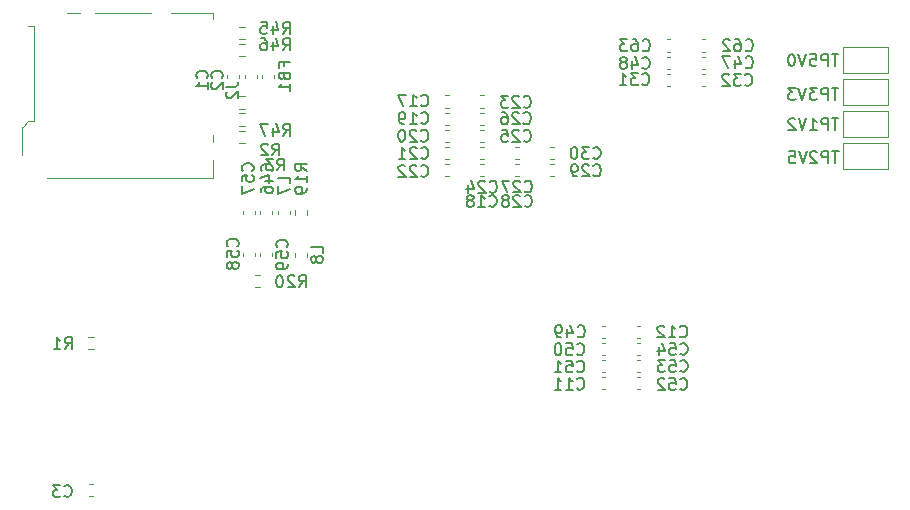
<source format=gbr>
%TF.GenerationSoftware,KiCad,Pcbnew,9.0.3*%
%TF.CreationDate,2025-10-10T02:39:34-04:00*%
%TF.ProjectId,sbc,7362632e-6b69-4636-9164-5f7063625858,rev?*%
%TF.SameCoordinates,Original*%
%TF.FileFunction,Legend,Bot*%
%TF.FilePolarity,Positive*%
%FSLAX46Y46*%
G04 Gerber Fmt 4.6, Leading zero omitted, Abs format (unit mm)*
G04 Created by KiCad (PCBNEW 9.0.3) date 2025-10-10 02:39:34*
%MOMM*%
%LPD*%
G01*
G04 APERTURE LIST*
%ADD10C,0.150000*%
%ADD11C,0.120000*%
G04 APERTURE END LIST*
D10*
X121689580Y-95397142D02*
X121737200Y-95349523D01*
X121737200Y-95349523D02*
X121784819Y-95206666D01*
X121784819Y-95206666D02*
X121784819Y-95111428D01*
X121784819Y-95111428D02*
X121737200Y-94968571D01*
X121737200Y-94968571D02*
X121641961Y-94873333D01*
X121641961Y-94873333D02*
X121546723Y-94825714D01*
X121546723Y-94825714D02*
X121356247Y-94778095D01*
X121356247Y-94778095D02*
X121213390Y-94778095D01*
X121213390Y-94778095D02*
X121022914Y-94825714D01*
X121022914Y-94825714D02*
X120927676Y-94873333D01*
X120927676Y-94873333D02*
X120832438Y-94968571D01*
X120832438Y-94968571D02*
X120784819Y-95111428D01*
X120784819Y-95111428D02*
X120784819Y-95206666D01*
X120784819Y-95206666D02*
X120832438Y-95349523D01*
X120832438Y-95349523D02*
X120880057Y-95397142D01*
X120784819Y-96301904D02*
X120784819Y-95825714D01*
X120784819Y-95825714D02*
X121261009Y-95778095D01*
X121261009Y-95778095D02*
X121213390Y-95825714D01*
X121213390Y-95825714D02*
X121165771Y-95920952D01*
X121165771Y-95920952D02*
X121165771Y-96159047D01*
X121165771Y-96159047D02*
X121213390Y-96254285D01*
X121213390Y-96254285D02*
X121261009Y-96301904D01*
X121261009Y-96301904D02*
X121356247Y-96349523D01*
X121356247Y-96349523D02*
X121594342Y-96349523D01*
X121594342Y-96349523D02*
X121689580Y-96301904D01*
X121689580Y-96301904D02*
X121737200Y-96254285D01*
X121737200Y-96254285D02*
X121784819Y-96159047D01*
X121784819Y-96159047D02*
X121784819Y-95920952D01*
X121784819Y-95920952D02*
X121737200Y-95825714D01*
X121737200Y-95825714D02*
X121689580Y-95778095D01*
X120784819Y-96682857D02*
X120784819Y-97349523D01*
X120784819Y-97349523D02*
X121784819Y-96920952D01*
X144632857Y-91349580D02*
X144680476Y-91397200D01*
X144680476Y-91397200D02*
X144823333Y-91444819D01*
X144823333Y-91444819D02*
X144918571Y-91444819D01*
X144918571Y-91444819D02*
X145061428Y-91397200D01*
X145061428Y-91397200D02*
X145156666Y-91301961D01*
X145156666Y-91301961D02*
X145204285Y-91206723D01*
X145204285Y-91206723D02*
X145251904Y-91016247D01*
X145251904Y-91016247D02*
X145251904Y-90873390D01*
X145251904Y-90873390D02*
X145204285Y-90682914D01*
X145204285Y-90682914D02*
X145156666Y-90587676D01*
X145156666Y-90587676D02*
X145061428Y-90492438D01*
X145061428Y-90492438D02*
X144918571Y-90444819D01*
X144918571Y-90444819D02*
X144823333Y-90444819D01*
X144823333Y-90444819D02*
X144680476Y-90492438D01*
X144680476Y-90492438D02*
X144632857Y-90540057D01*
X144251904Y-90540057D02*
X144204285Y-90492438D01*
X144204285Y-90492438D02*
X144109047Y-90444819D01*
X144109047Y-90444819D02*
X143870952Y-90444819D01*
X143870952Y-90444819D02*
X143775714Y-90492438D01*
X143775714Y-90492438D02*
X143728095Y-90540057D01*
X143728095Y-90540057D02*
X143680476Y-90635295D01*
X143680476Y-90635295D02*
X143680476Y-90730533D01*
X143680476Y-90730533D02*
X143728095Y-90873390D01*
X143728095Y-90873390D02*
X144299523Y-91444819D01*
X144299523Y-91444819D02*
X143680476Y-91444819D01*
X142823333Y-90444819D02*
X143013809Y-90444819D01*
X143013809Y-90444819D02*
X143109047Y-90492438D01*
X143109047Y-90492438D02*
X143156666Y-90540057D01*
X143156666Y-90540057D02*
X143251904Y-90682914D01*
X143251904Y-90682914D02*
X143299523Y-90873390D01*
X143299523Y-90873390D02*
X143299523Y-91254342D01*
X143299523Y-91254342D02*
X143251904Y-91349580D01*
X143251904Y-91349580D02*
X143204285Y-91397200D01*
X143204285Y-91397200D02*
X143109047Y-91444819D01*
X143109047Y-91444819D02*
X142918571Y-91444819D01*
X142918571Y-91444819D02*
X142823333Y-91397200D01*
X142823333Y-91397200D02*
X142775714Y-91349580D01*
X142775714Y-91349580D02*
X142728095Y-91254342D01*
X142728095Y-91254342D02*
X142728095Y-91016247D01*
X142728095Y-91016247D02*
X142775714Y-90921009D01*
X142775714Y-90921009D02*
X142823333Y-90873390D01*
X142823333Y-90873390D02*
X142918571Y-90825771D01*
X142918571Y-90825771D02*
X143109047Y-90825771D01*
X143109047Y-90825771D02*
X143204285Y-90873390D01*
X143204285Y-90873390D02*
X143251904Y-90921009D01*
X143251904Y-90921009D02*
X143299523Y-91016247D01*
X157882857Y-109409580D02*
X157930476Y-109457200D01*
X157930476Y-109457200D02*
X158073333Y-109504819D01*
X158073333Y-109504819D02*
X158168571Y-109504819D01*
X158168571Y-109504819D02*
X158311428Y-109457200D01*
X158311428Y-109457200D02*
X158406666Y-109361961D01*
X158406666Y-109361961D02*
X158454285Y-109266723D01*
X158454285Y-109266723D02*
X158501904Y-109076247D01*
X158501904Y-109076247D02*
X158501904Y-108933390D01*
X158501904Y-108933390D02*
X158454285Y-108742914D01*
X158454285Y-108742914D02*
X158406666Y-108647676D01*
X158406666Y-108647676D02*
X158311428Y-108552438D01*
X158311428Y-108552438D02*
X158168571Y-108504819D01*
X158168571Y-108504819D02*
X158073333Y-108504819D01*
X158073333Y-108504819D02*
X157930476Y-108552438D01*
X157930476Y-108552438D02*
X157882857Y-108600057D01*
X156930476Y-109504819D02*
X157501904Y-109504819D01*
X157216190Y-109504819D02*
X157216190Y-108504819D01*
X157216190Y-108504819D02*
X157311428Y-108647676D01*
X157311428Y-108647676D02*
X157406666Y-108742914D01*
X157406666Y-108742914D02*
X157501904Y-108790533D01*
X156549523Y-108600057D02*
X156501904Y-108552438D01*
X156501904Y-108552438D02*
X156406666Y-108504819D01*
X156406666Y-108504819D02*
X156168571Y-108504819D01*
X156168571Y-108504819D02*
X156073333Y-108552438D01*
X156073333Y-108552438D02*
X156025714Y-108600057D01*
X156025714Y-108600057D02*
X155978095Y-108695295D01*
X155978095Y-108695295D02*
X155978095Y-108790533D01*
X155978095Y-108790533D02*
X156025714Y-108933390D01*
X156025714Y-108933390D02*
X156597142Y-109504819D01*
X156597142Y-109504819D02*
X155978095Y-109504819D01*
X125612857Y-105244819D02*
X125946190Y-104768628D01*
X126184285Y-105244819D02*
X126184285Y-104244819D01*
X126184285Y-104244819D02*
X125803333Y-104244819D01*
X125803333Y-104244819D02*
X125708095Y-104292438D01*
X125708095Y-104292438D02*
X125660476Y-104340057D01*
X125660476Y-104340057D02*
X125612857Y-104435295D01*
X125612857Y-104435295D02*
X125612857Y-104578152D01*
X125612857Y-104578152D02*
X125660476Y-104673390D01*
X125660476Y-104673390D02*
X125708095Y-104721009D01*
X125708095Y-104721009D02*
X125803333Y-104768628D01*
X125803333Y-104768628D02*
X126184285Y-104768628D01*
X125231904Y-104340057D02*
X125184285Y-104292438D01*
X125184285Y-104292438D02*
X125089047Y-104244819D01*
X125089047Y-104244819D02*
X124850952Y-104244819D01*
X124850952Y-104244819D02*
X124755714Y-104292438D01*
X124755714Y-104292438D02*
X124708095Y-104340057D01*
X124708095Y-104340057D02*
X124660476Y-104435295D01*
X124660476Y-104435295D02*
X124660476Y-104530533D01*
X124660476Y-104530533D02*
X124708095Y-104673390D01*
X124708095Y-104673390D02*
X125279523Y-105244819D01*
X125279523Y-105244819D02*
X124660476Y-105244819D01*
X124041428Y-104244819D02*
X123946190Y-104244819D01*
X123946190Y-104244819D02*
X123850952Y-104292438D01*
X123850952Y-104292438D02*
X123803333Y-104340057D01*
X123803333Y-104340057D02*
X123755714Y-104435295D01*
X123755714Y-104435295D02*
X123708095Y-104625771D01*
X123708095Y-104625771D02*
X123708095Y-104863866D01*
X123708095Y-104863866D02*
X123755714Y-105054342D01*
X123755714Y-105054342D02*
X123803333Y-105149580D01*
X123803333Y-105149580D02*
X123850952Y-105197200D01*
X123850952Y-105197200D02*
X123946190Y-105244819D01*
X123946190Y-105244819D02*
X124041428Y-105244819D01*
X124041428Y-105244819D02*
X124136666Y-105197200D01*
X124136666Y-105197200D02*
X124184285Y-105149580D01*
X124184285Y-105149580D02*
X124231904Y-105054342D01*
X124231904Y-105054342D02*
X124279523Y-104863866D01*
X124279523Y-104863866D02*
X124279523Y-104625771D01*
X124279523Y-104625771D02*
X124231904Y-104435295D01*
X124231904Y-104435295D02*
X124184285Y-104340057D01*
X124184285Y-104340057D02*
X124136666Y-104292438D01*
X124136666Y-104292438D02*
X124041428Y-104244819D01*
X171296666Y-88384819D02*
X170725238Y-88384819D01*
X171010952Y-89384819D02*
X171010952Y-88384819D01*
X170391904Y-89384819D02*
X170391904Y-88384819D01*
X170391904Y-88384819D02*
X170010952Y-88384819D01*
X170010952Y-88384819D02*
X169915714Y-88432438D01*
X169915714Y-88432438D02*
X169868095Y-88480057D01*
X169868095Y-88480057D02*
X169820476Y-88575295D01*
X169820476Y-88575295D02*
X169820476Y-88718152D01*
X169820476Y-88718152D02*
X169868095Y-88813390D01*
X169868095Y-88813390D02*
X169915714Y-88861009D01*
X169915714Y-88861009D02*
X170010952Y-88908628D01*
X170010952Y-88908628D02*
X170391904Y-88908628D01*
X169487142Y-88384819D02*
X168868095Y-88384819D01*
X168868095Y-88384819D02*
X169201428Y-88765771D01*
X169201428Y-88765771D02*
X169058571Y-88765771D01*
X169058571Y-88765771D02*
X168963333Y-88813390D01*
X168963333Y-88813390D02*
X168915714Y-88861009D01*
X168915714Y-88861009D02*
X168868095Y-88956247D01*
X168868095Y-88956247D02*
X168868095Y-89194342D01*
X168868095Y-89194342D02*
X168915714Y-89289580D01*
X168915714Y-89289580D02*
X168963333Y-89337200D01*
X168963333Y-89337200D02*
X169058571Y-89384819D01*
X169058571Y-89384819D02*
X169344285Y-89384819D01*
X169344285Y-89384819D02*
X169439523Y-89337200D01*
X169439523Y-89337200D02*
X169487142Y-89289580D01*
X168582380Y-88384819D02*
X168249047Y-89384819D01*
X168249047Y-89384819D02*
X167915714Y-88384819D01*
X167677618Y-88384819D02*
X167058571Y-88384819D01*
X167058571Y-88384819D02*
X167391904Y-88765771D01*
X167391904Y-88765771D02*
X167249047Y-88765771D01*
X167249047Y-88765771D02*
X167153809Y-88813390D01*
X167153809Y-88813390D02*
X167106190Y-88861009D01*
X167106190Y-88861009D02*
X167058571Y-88956247D01*
X167058571Y-88956247D02*
X167058571Y-89194342D01*
X167058571Y-89194342D02*
X167106190Y-89289580D01*
X167106190Y-89289580D02*
X167153809Y-89337200D01*
X167153809Y-89337200D02*
X167249047Y-89384819D01*
X167249047Y-89384819D02*
X167534761Y-89384819D01*
X167534761Y-89384819D02*
X167629999Y-89337200D01*
X167629999Y-89337200D02*
X167677618Y-89289580D01*
X127644819Y-102325833D02*
X127644819Y-101849643D01*
X127644819Y-101849643D02*
X126644819Y-101849643D01*
X127073390Y-102802024D02*
X127025771Y-102706786D01*
X127025771Y-102706786D02*
X126978152Y-102659167D01*
X126978152Y-102659167D02*
X126882914Y-102611548D01*
X126882914Y-102611548D02*
X126835295Y-102611548D01*
X126835295Y-102611548D02*
X126740057Y-102659167D01*
X126740057Y-102659167D02*
X126692438Y-102706786D01*
X126692438Y-102706786D02*
X126644819Y-102802024D01*
X126644819Y-102802024D02*
X126644819Y-102992500D01*
X126644819Y-102992500D02*
X126692438Y-103087738D01*
X126692438Y-103087738D02*
X126740057Y-103135357D01*
X126740057Y-103135357D02*
X126835295Y-103182976D01*
X126835295Y-103182976D02*
X126882914Y-103182976D01*
X126882914Y-103182976D02*
X126978152Y-103135357D01*
X126978152Y-103135357D02*
X127025771Y-103087738D01*
X127025771Y-103087738D02*
X127073390Y-102992500D01*
X127073390Y-102992500D02*
X127073390Y-102802024D01*
X127073390Y-102802024D02*
X127121009Y-102706786D01*
X127121009Y-102706786D02*
X127168628Y-102659167D01*
X127168628Y-102659167D02*
X127263866Y-102611548D01*
X127263866Y-102611548D02*
X127454342Y-102611548D01*
X127454342Y-102611548D02*
X127549580Y-102659167D01*
X127549580Y-102659167D02*
X127597200Y-102706786D01*
X127597200Y-102706786D02*
X127644819Y-102802024D01*
X127644819Y-102802024D02*
X127644819Y-102992500D01*
X127644819Y-102992500D02*
X127597200Y-103087738D01*
X127597200Y-103087738D02*
X127549580Y-103135357D01*
X127549580Y-103135357D02*
X127454342Y-103182976D01*
X127454342Y-103182976D02*
X127263866Y-103182976D01*
X127263866Y-103182976D02*
X127168628Y-103135357D01*
X127168628Y-103135357D02*
X127121009Y-103087738D01*
X127121009Y-103087738D02*
X127073390Y-102992500D01*
X163437857Y-86619580D02*
X163485476Y-86667200D01*
X163485476Y-86667200D02*
X163628333Y-86714819D01*
X163628333Y-86714819D02*
X163723571Y-86714819D01*
X163723571Y-86714819D02*
X163866428Y-86667200D01*
X163866428Y-86667200D02*
X163961666Y-86571961D01*
X163961666Y-86571961D02*
X164009285Y-86476723D01*
X164009285Y-86476723D02*
X164056904Y-86286247D01*
X164056904Y-86286247D02*
X164056904Y-86143390D01*
X164056904Y-86143390D02*
X164009285Y-85952914D01*
X164009285Y-85952914D02*
X163961666Y-85857676D01*
X163961666Y-85857676D02*
X163866428Y-85762438D01*
X163866428Y-85762438D02*
X163723571Y-85714819D01*
X163723571Y-85714819D02*
X163628333Y-85714819D01*
X163628333Y-85714819D02*
X163485476Y-85762438D01*
X163485476Y-85762438D02*
X163437857Y-85810057D01*
X162580714Y-86048152D02*
X162580714Y-86714819D01*
X162818809Y-85667200D02*
X163056904Y-86381485D01*
X163056904Y-86381485D02*
X162437857Y-86381485D01*
X162152142Y-85714819D02*
X161485476Y-85714819D01*
X161485476Y-85714819D02*
X161914047Y-86714819D01*
X123773666Y-95363419D02*
X124106999Y-94887228D01*
X124345094Y-95363419D02*
X124345094Y-94363419D01*
X124345094Y-94363419D02*
X123964142Y-94363419D01*
X123964142Y-94363419D02*
X123868904Y-94411038D01*
X123868904Y-94411038D02*
X123821285Y-94458657D01*
X123821285Y-94458657D02*
X123773666Y-94553895D01*
X123773666Y-94553895D02*
X123773666Y-94696752D01*
X123773666Y-94696752D02*
X123821285Y-94791990D01*
X123821285Y-94791990D02*
X123868904Y-94839609D01*
X123868904Y-94839609D02*
X123964142Y-94887228D01*
X123964142Y-94887228D02*
X124345094Y-94887228D01*
X123440332Y-94363419D02*
X122821285Y-94363419D01*
X122821285Y-94363419D02*
X123154618Y-94744371D01*
X123154618Y-94744371D02*
X123011761Y-94744371D01*
X123011761Y-94744371D02*
X122916523Y-94791990D01*
X122916523Y-94791990D02*
X122868904Y-94839609D01*
X122868904Y-94839609D02*
X122821285Y-94934847D01*
X122821285Y-94934847D02*
X122821285Y-95172942D01*
X122821285Y-95172942D02*
X122868904Y-95268180D01*
X122868904Y-95268180D02*
X122916523Y-95315800D01*
X122916523Y-95315800D02*
X123011761Y-95363419D01*
X123011761Y-95363419D02*
X123297475Y-95363419D01*
X123297475Y-95363419D02*
X123392713Y-95315800D01*
X123392713Y-95315800D02*
X123440332Y-95268180D01*
X157912857Y-112339580D02*
X157960476Y-112387200D01*
X157960476Y-112387200D02*
X158103333Y-112434819D01*
X158103333Y-112434819D02*
X158198571Y-112434819D01*
X158198571Y-112434819D02*
X158341428Y-112387200D01*
X158341428Y-112387200D02*
X158436666Y-112291961D01*
X158436666Y-112291961D02*
X158484285Y-112196723D01*
X158484285Y-112196723D02*
X158531904Y-112006247D01*
X158531904Y-112006247D02*
X158531904Y-111863390D01*
X158531904Y-111863390D02*
X158484285Y-111672914D01*
X158484285Y-111672914D02*
X158436666Y-111577676D01*
X158436666Y-111577676D02*
X158341428Y-111482438D01*
X158341428Y-111482438D02*
X158198571Y-111434819D01*
X158198571Y-111434819D02*
X158103333Y-111434819D01*
X158103333Y-111434819D02*
X157960476Y-111482438D01*
X157960476Y-111482438D02*
X157912857Y-111530057D01*
X157008095Y-111434819D02*
X157484285Y-111434819D01*
X157484285Y-111434819D02*
X157531904Y-111911009D01*
X157531904Y-111911009D02*
X157484285Y-111863390D01*
X157484285Y-111863390D02*
X157389047Y-111815771D01*
X157389047Y-111815771D02*
X157150952Y-111815771D01*
X157150952Y-111815771D02*
X157055714Y-111863390D01*
X157055714Y-111863390D02*
X157008095Y-111911009D01*
X157008095Y-111911009D02*
X156960476Y-112006247D01*
X156960476Y-112006247D02*
X156960476Y-112244342D01*
X156960476Y-112244342D02*
X157008095Y-112339580D01*
X157008095Y-112339580D02*
X157055714Y-112387200D01*
X157055714Y-112387200D02*
X157150952Y-112434819D01*
X157150952Y-112434819D02*
X157389047Y-112434819D01*
X157389047Y-112434819D02*
X157484285Y-112387200D01*
X157484285Y-112387200D02*
X157531904Y-112339580D01*
X156627142Y-111434819D02*
X156008095Y-111434819D01*
X156008095Y-111434819D02*
X156341428Y-111815771D01*
X156341428Y-111815771D02*
X156198571Y-111815771D01*
X156198571Y-111815771D02*
X156103333Y-111863390D01*
X156103333Y-111863390D02*
X156055714Y-111911009D01*
X156055714Y-111911009D02*
X156008095Y-112006247D01*
X156008095Y-112006247D02*
X156008095Y-112244342D01*
X156008095Y-112244342D02*
X156055714Y-112339580D01*
X156055714Y-112339580D02*
X156103333Y-112387200D01*
X156103333Y-112387200D02*
X156198571Y-112434819D01*
X156198571Y-112434819D02*
X156484285Y-112434819D01*
X156484285Y-112434819D02*
X156579523Y-112387200D01*
X156579523Y-112387200D02*
X156627142Y-112339580D01*
X119091580Y-87532333D02*
X119139200Y-87484714D01*
X119139200Y-87484714D02*
X119186819Y-87341857D01*
X119186819Y-87341857D02*
X119186819Y-87246619D01*
X119186819Y-87246619D02*
X119139200Y-87103762D01*
X119139200Y-87103762D02*
X119043961Y-87008524D01*
X119043961Y-87008524D02*
X118948723Y-86960905D01*
X118948723Y-86960905D02*
X118758247Y-86913286D01*
X118758247Y-86913286D02*
X118615390Y-86913286D01*
X118615390Y-86913286D02*
X118424914Y-86960905D01*
X118424914Y-86960905D02*
X118329676Y-87008524D01*
X118329676Y-87008524D02*
X118234438Y-87103762D01*
X118234438Y-87103762D02*
X118186819Y-87246619D01*
X118186819Y-87246619D02*
X118186819Y-87341857D01*
X118186819Y-87341857D02*
X118234438Y-87484714D01*
X118234438Y-87484714D02*
X118282057Y-87532333D01*
X118282057Y-87913286D02*
X118234438Y-87960905D01*
X118234438Y-87960905D02*
X118186819Y-88056143D01*
X118186819Y-88056143D02*
X118186819Y-88294238D01*
X118186819Y-88294238D02*
X118234438Y-88389476D01*
X118234438Y-88389476D02*
X118282057Y-88437095D01*
X118282057Y-88437095D02*
X118377295Y-88484714D01*
X118377295Y-88484714D02*
X118472533Y-88484714D01*
X118472533Y-88484714D02*
X118615390Y-88437095D01*
X118615390Y-88437095D02*
X119186819Y-87865667D01*
X119186819Y-87865667D02*
X119186819Y-88484714D01*
X149172857Y-113829580D02*
X149220476Y-113877200D01*
X149220476Y-113877200D02*
X149363333Y-113924819D01*
X149363333Y-113924819D02*
X149458571Y-113924819D01*
X149458571Y-113924819D02*
X149601428Y-113877200D01*
X149601428Y-113877200D02*
X149696666Y-113781961D01*
X149696666Y-113781961D02*
X149744285Y-113686723D01*
X149744285Y-113686723D02*
X149791904Y-113496247D01*
X149791904Y-113496247D02*
X149791904Y-113353390D01*
X149791904Y-113353390D02*
X149744285Y-113162914D01*
X149744285Y-113162914D02*
X149696666Y-113067676D01*
X149696666Y-113067676D02*
X149601428Y-112972438D01*
X149601428Y-112972438D02*
X149458571Y-112924819D01*
X149458571Y-112924819D02*
X149363333Y-112924819D01*
X149363333Y-112924819D02*
X149220476Y-112972438D01*
X149220476Y-112972438D02*
X149172857Y-113020057D01*
X148220476Y-113924819D02*
X148791904Y-113924819D01*
X148506190Y-113924819D02*
X148506190Y-112924819D01*
X148506190Y-112924819D02*
X148601428Y-113067676D01*
X148601428Y-113067676D02*
X148696666Y-113162914D01*
X148696666Y-113162914D02*
X148791904Y-113210533D01*
X147268095Y-113924819D02*
X147839523Y-113924819D01*
X147553809Y-113924819D02*
X147553809Y-112924819D01*
X147553809Y-112924819D02*
X147649047Y-113067676D01*
X147649047Y-113067676D02*
X147744285Y-113162914D01*
X147744285Y-113162914D02*
X147839523Y-113210533D01*
X171306666Y-90954819D02*
X170735238Y-90954819D01*
X171020952Y-91954819D02*
X171020952Y-90954819D01*
X170401904Y-91954819D02*
X170401904Y-90954819D01*
X170401904Y-90954819D02*
X170020952Y-90954819D01*
X170020952Y-90954819D02*
X169925714Y-91002438D01*
X169925714Y-91002438D02*
X169878095Y-91050057D01*
X169878095Y-91050057D02*
X169830476Y-91145295D01*
X169830476Y-91145295D02*
X169830476Y-91288152D01*
X169830476Y-91288152D02*
X169878095Y-91383390D01*
X169878095Y-91383390D02*
X169925714Y-91431009D01*
X169925714Y-91431009D02*
X170020952Y-91478628D01*
X170020952Y-91478628D02*
X170401904Y-91478628D01*
X168878095Y-91954819D02*
X169449523Y-91954819D01*
X169163809Y-91954819D02*
X169163809Y-90954819D01*
X169163809Y-90954819D02*
X169259047Y-91097676D01*
X169259047Y-91097676D02*
X169354285Y-91192914D01*
X169354285Y-91192914D02*
X169449523Y-91240533D01*
X168592380Y-90954819D02*
X168259047Y-91954819D01*
X168259047Y-91954819D02*
X167925714Y-90954819D01*
X167639999Y-91050057D02*
X167592380Y-91002438D01*
X167592380Y-91002438D02*
X167497142Y-90954819D01*
X167497142Y-90954819D02*
X167259047Y-90954819D01*
X167259047Y-90954819D02*
X167163809Y-91002438D01*
X167163809Y-91002438D02*
X167116190Y-91050057D01*
X167116190Y-91050057D02*
X167068571Y-91145295D01*
X167068571Y-91145295D02*
X167068571Y-91240533D01*
X167068571Y-91240533D02*
X167116190Y-91383390D01*
X167116190Y-91383390D02*
X167687618Y-91954819D01*
X167687618Y-91954819D02*
X167068571Y-91954819D01*
X144642857Y-92839580D02*
X144690476Y-92887200D01*
X144690476Y-92887200D02*
X144833333Y-92934819D01*
X144833333Y-92934819D02*
X144928571Y-92934819D01*
X144928571Y-92934819D02*
X145071428Y-92887200D01*
X145071428Y-92887200D02*
X145166666Y-92791961D01*
X145166666Y-92791961D02*
X145214285Y-92696723D01*
X145214285Y-92696723D02*
X145261904Y-92506247D01*
X145261904Y-92506247D02*
X145261904Y-92363390D01*
X145261904Y-92363390D02*
X145214285Y-92172914D01*
X145214285Y-92172914D02*
X145166666Y-92077676D01*
X145166666Y-92077676D02*
X145071428Y-91982438D01*
X145071428Y-91982438D02*
X144928571Y-91934819D01*
X144928571Y-91934819D02*
X144833333Y-91934819D01*
X144833333Y-91934819D02*
X144690476Y-91982438D01*
X144690476Y-91982438D02*
X144642857Y-92030057D01*
X144261904Y-92030057D02*
X144214285Y-91982438D01*
X144214285Y-91982438D02*
X144119047Y-91934819D01*
X144119047Y-91934819D02*
X143880952Y-91934819D01*
X143880952Y-91934819D02*
X143785714Y-91982438D01*
X143785714Y-91982438D02*
X143738095Y-92030057D01*
X143738095Y-92030057D02*
X143690476Y-92125295D01*
X143690476Y-92125295D02*
X143690476Y-92220533D01*
X143690476Y-92220533D02*
X143738095Y-92363390D01*
X143738095Y-92363390D02*
X144309523Y-92934819D01*
X144309523Y-92934819D02*
X143690476Y-92934819D01*
X142785714Y-91934819D02*
X143261904Y-91934819D01*
X143261904Y-91934819D02*
X143309523Y-92411009D01*
X143309523Y-92411009D02*
X143261904Y-92363390D01*
X143261904Y-92363390D02*
X143166666Y-92315771D01*
X143166666Y-92315771D02*
X142928571Y-92315771D01*
X142928571Y-92315771D02*
X142833333Y-92363390D01*
X142833333Y-92363390D02*
X142785714Y-92411009D01*
X142785714Y-92411009D02*
X142738095Y-92506247D01*
X142738095Y-92506247D02*
X142738095Y-92744342D01*
X142738095Y-92744342D02*
X142785714Y-92839580D01*
X142785714Y-92839580D02*
X142833333Y-92887200D01*
X142833333Y-92887200D02*
X142928571Y-92934819D01*
X142928571Y-92934819D02*
X143166666Y-92934819D01*
X143166666Y-92934819D02*
X143261904Y-92887200D01*
X143261904Y-92887200D02*
X143309523Y-92839580D01*
X119474819Y-88266666D02*
X120189104Y-88266666D01*
X120189104Y-88266666D02*
X120331961Y-88219047D01*
X120331961Y-88219047D02*
X120427200Y-88123809D01*
X120427200Y-88123809D02*
X120474819Y-87980952D01*
X120474819Y-87980952D02*
X120474819Y-87885714D01*
X119570057Y-88695238D02*
X119522438Y-88742857D01*
X119522438Y-88742857D02*
X119474819Y-88838095D01*
X119474819Y-88838095D02*
X119474819Y-89076190D01*
X119474819Y-89076190D02*
X119522438Y-89171428D01*
X119522438Y-89171428D02*
X119570057Y-89219047D01*
X119570057Y-89219047D02*
X119665295Y-89266666D01*
X119665295Y-89266666D02*
X119760533Y-89266666D01*
X119760533Y-89266666D02*
X119903390Y-89219047D01*
X119903390Y-89219047D02*
X120474819Y-88647619D01*
X120474819Y-88647619D02*
X120474819Y-89266666D01*
X123309580Y-95407142D02*
X123357200Y-95359523D01*
X123357200Y-95359523D02*
X123404819Y-95216666D01*
X123404819Y-95216666D02*
X123404819Y-95121428D01*
X123404819Y-95121428D02*
X123357200Y-94978571D01*
X123357200Y-94978571D02*
X123261961Y-94883333D01*
X123261961Y-94883333D02*
X123166723Y-94835714D01*
X123166723Y-94835714D02*
X122976247Y-94788095D01*
X122976247Y-94788095D02*
X122833390Y-94788095D01*
X122833390Y-94788095D02*
X122642914Y-94835714D01*
X122642914Y-94835714D02*
X122547676Y-94883333D01*
X122547676Y-94883333D02*
X122452438Y-94978571D01*
X122452438Y-94978571D02*
X122404819Y-95121428D01*
X122404819Y-95121428D02*
X122404819Y-95216666D01*
X122404819Y-95216666D02*
X122452438Y-95359523D01*
X122452438Y-95359523D02*
X122500057Y-95407142D01*
X122738152Y-96264285D02*
X123404819Y-96264285D01*
X122357200Y-96026190D02*
X123071485Y-95788095D01*
X123071485Y-95788095D02*
X123071485Y-96407142D01*
X122404819Y-97216666D02*
X122404819Y-97026190D01*
X122404819Y-97026190D02*
X122452438Y-96930952D01*
X122452438Y-96930952D02*
X122500057Y-96883333D01*
X122500057Y-96883333D02*
X122642914Y-96788095D01*
X122642914Y-96788095D02*
X122833390Y-96740476D01*
X122833390Y-96740476D02*
X123214342Y-96740476D01*
X123214342Y-96740476D02*
X123309580Y-96788095D01*
X123309580Y-96788095D02*
X123357200Y-96835714D01*
X123357200Y-96835714D02*
X123404819Y-96930952D01*
X123404819Y-96930952D02*
X123404819Y-97121428D01*
X123404819Y-97121428D02*
X123357200Y-97216666D01*
X123357200Y-97216666D02*
X123309580Y-97264285D01*
X123309580Y-97264285D02*
X123214342Y-97311904D01*
X123214342Y-97311904D02*
X122976247Y-97311904D01*
X122976247Y-97311904D02*
X122881009Y-97264285D01*
X122881009Y-97264285D02*
X122833390Y-97216666D01*
X122833390Y-97216666D02*
X122785771Y-97121428D01*
X122785771Y-97121428D02*
X122785771Y-96930952D01*
X122785771Y-96930952D02*
X122833390Y-96835714D01*
X122833390Y-96835714D02*
X122881009Y-96788095D01*
X122881009Y-96788095D02*
X122976247Y-96740476D01*
X124262857Y-85196819D02*
X124596190Y-84720628D01*
X124834285Y-85196819D02*
X124834285Y-84196819D01*
X124834285Y-84196819D02*
X124453333Y-84196819D01*
X124453333Y-84196819D02*
X124358095Y-84244438D01*
X124358095Y-84244438D02*
X124310476Y-84292057D01*
X124310476Y-84292057D02*
X124262857Y-84387295D01*
X124262857Y-84387295D02*
X124262857Y-84530152D01*
X124262857Y-84530152D02*
X124310476Y-84625390D01*
X124310476Y-84625390D02*
X124358095Y-84673009D01*
X124358095Y-84673009D02*
X124453333Y-84720628D01*
X124453333Y-84720628D02*
X124834285Y-84720628D01*
X123405714Y-84530152D02*
X123405714Y-85196819D01*
X123643809Y-84149200D02*
X123881904Y-84863485D01*
X123881904Y-84863485D02*
X123262857Y-84863485D01*
X122453333Y-84196819D02*
X122643809Y-84196819D01*
X122643809Y-84196819D02*
X122739047Y-84244438D01*
X122739047Y-84244438D02*
X122786666Y-84292057D01*
X122786666Y-84292057D02*
X122881904Y-84434914D01*
X122881904Y-84434914D02*
X122929523Y-84625390D01*
X122929523Y-84625390D02*
X122929523Y-85006342D01*
X122929523Y-85006342D02*
X122881904Y-85101580D01*
X122881904Y-85101580D02*
X122834285Y-85149200D01*
X122834285Y-85149200D02*
X122739047Y-85196819D01*
X122739047Y-85196819D02*
X122548571Y-85196819D01*
X122548571Y-85196819D02*
X122453333Y-85149200D01*
X122453333Y-85149200D02*
X122405714Y-85101580D01*
X122405714Y-85101580D02*
X122358095Y-85006342D01*
X122358095Y-85006342D02*
X122358095Y-84768247D01*
X122358095Y-84768247D02*
X122405714Y-84673009D01*
X122405714Y-84673009D02*
X122453333Y-84625390D01*
X122453333Y-84625390D02*
X122548571Y-84577771D01*
X122548571Y-84577771D02*
X122739047Y-84577771D01*
X122739047Y-84577771D02*
X122834285Y-84625390D01*
X122834285Y-84625390D02*
X122881904Y-84673009D01*
X122881904Y-84673009D02*
X122929523Y-84768247D01*
X135972857Y-89859580D02*
X136020476Y-89907200D01*
X136020476Y-89907200D02*
X136163333Y-89954819D01*
X136163333Y-89954819D02*
X136258571Y-89954819D01*
X136258571Y-89954819D02*
X136401428Y-89907200D01*
X136401428Y-89907200D02*
X136496666Y-89811961D01*
X136496666Y-89811961D02*
X136544285Y-89716723D01*
X136544285Y-89716723D02*
X136591904Y-89526247D01*
X136591904Y-89526247D02*
X136591904Y-89383390D01*
X136591904Y-89383390D02*
X136544285Y-89192914D01*
X136544285Y-89192914D02*
X136496666Y-89097676D01*
X136496666Y-89097676D02*
X136401428Y-89002438D01*
X136401428Y-89002438D02*
X136258571Y-88954819D01*
X136258571Y-88954819D02*
X136163333Y-88954819D01*
X136163333Y-88954819D02*
X136020476Y-89002438D01*
X136020476Y-89002438D02*
X135972857Y-89050057D01*
X135020476Y-89954819D02*
X135591904Y-89954819D01*
X135306190Y-89954819D02*
X135306190Y-88954819D01*
X135306190Y-88954819D02*
X135401428Y-89097676D01*
X135401428Y-89097676D02*
X135496666Y-89192914D01*
X135496666Y-89192914D02*
X135591904Y-89240533D01*
X134687142Y-88954819D02*
X134020476Y-88954819D01*
X134020476Y-88954819D02*
X134449047Y-89954819D01*
X144732857Y-97129580D02*
X144780476Y-97177200D01*
X144780476Y-97177200D02*
X144923333Y-97224819D01*
X144923333Y-97224819D02*
X145018571Y-97224819D01*
X145018571Y-97224819D02*
X145161428Y-97177200D01*
X145161428Y-97177200D02*
X145256666Y-97081961D01*
X145256666Y-97081961D02*
X145304285Y-96986723D01*
X145304285Y-96986723D02*
X145351904Y-96796247D01*
X145351904Y-96796247D02*
X145351904Y-96653390D01*
X145351904Y-96653390D02*
X145304285Y-96462914D01*
X145304285Y-96462914D02*
X145256666Y-96367676D01*
X145256666Y-96367676D02*
X145161428Y-96272438D01*
X145161428Y-96272438D02*
X145018571Y-96224819D01*
X145018571Y-96224819D02*
X144923333Y-96224819D01*
X144923333Y-96224819D02*
X144780476Y-96272438D01*
X144780476Y-96272438D02*
X144732857Y-96320057D01*
X144351904Y-96320057D02*
X144304285Y-96272438D01*
X144304285Y-96272438D02*
X144209047Y-96224819D01*
X144209047Y-96224819D02*
X143970952Y-96224819D01*
X143970952Y-96224819D02*
X143875714Y-96272438D01*
X143875714Y-96272438D02*
X143828095Y-96320057D01*
X143828095Y-96320057D02*
X143780476Y-96415295D01*
X143780476Y-96415295D02*
X143780476Y-96510533D01*
X143780476Y-96510533D02*
X143828095Y-96653390D01*
X143828095Y-96653390D02*
X144399523Y-97224819D01*
X144399523Y-97224819D02*
X143780476Y-97224819D01*
X143447142Y-96224819D02*
X142780476Y-96224819D01*
X142780476Y-96224819D02*
X143209047Y-97224819D01*
X154682857Y-88049580D02*
X154730476Y-88097200D01*
X154730476Y-88097200D02*
X154873333Y-88144819D01*
X154873333Y-88144819D02*
X154968571Y-88144819D01*
X154968571Y-88144819D02*
X155111428Y-88097200D01*
X155111428Y-88097200D02*
X155206666Y-88001961D01*
X155206666Y-88001961D02*
X155254285Y-87906723D01*
X155254285Y-87906723D02*
X155301904Y-87716247D01*
X155301904Y-87716247D02*
X155301904Y-87573390D01*
X155301904Y-87573390D02*
X155254285Y-87382914D01*
X155254285Y-87382914D02*
X155206666Y-87287676D01*
X155206666Y-87287676D02*
X155111428Y-87192438D01*
X155111428Y-87192438D02*
X154968571Y-87144819D01*
X154968571Y-87144819D02*
X154873333Y-87144819D01*
X154873333Y-87144819D02*
X154730476Y-87192438D01*
X154730476Y-87192438D02*
X154682857Y-87240057D01*
X154349523Y-87144819D02*
X153730476Y-87144819D01*
X153730476Y-87144819D02*
X154063809Y-87525771D01*
X154063809Y-87525771D02*
X153920952Y-87525771D01*
X153920952Y-87525771D02*
X153825714Y-87573390D01*
X153825714Y-87573390D02*
X153778095Y-87621009D01*
X153778095Y-87621009D02*
X153730476Y-87716247D01*
X153730476Y-87716247D02*
X153730476Y-87954342D01*
X153730476Y-87954342D02*
X153778095Y-88049580D01*
X153778095Y-88049580D02*
X153825714Y-88097200D01*
X153825714Y-88097200D02*
X153920952Y-88144819D01*
X153920952Y-88144819D02*
X154206666Y-88144819D01*
X154206666Y-88144819D02*
X154301904Y-88097200D01*
X154301904Y-88097200D02*
X154349523Y-88049580D01*
X152778095Y-88144819D02*
X153349523Y-88144819D01*
X153063809Y-88144819D02*
X153063809Y-87144819D01*
X153063809Y-87144819D02*
X153159047Y-87287676D01*
X153159047Y-87287676D02*
X153254285Y-87382914D01*
X153254285Y-87382914D02*
X153349523Y-87430533D01*
X124589580Y-101847142D02*
X124637200Y-101799523D01*
X124637200Y-101799523D02*
X124684819Y-101656666D01*
X124684819Y-101656666D02*
X124684819Y-101561428D01*
X124684819Y-101561428D02*
X124637200Y-101418571D01*
X124637200Y-101418571D02*
X124541961Y-101323333D01*
X124541961Y-101323333D02*
X124446723Y-101275714D01*
X124446723Y-101275714D02*
X124256247Y-101228095D01*
X124256247Y-101228095D02*
X124113390Y-101228095D01*
X124113390Y-101228095D02*
X123922914Y-101275714D01*
X123922914Y-101275714D02*
X123827676Y-101323333D01*
X123827676Y-101323333D02*
X123732438Y-101418571D01*
X123732438Y-101418571D02*
X123684819Y-101561428D01*
X123684819Y-101561428D02*
X123684819Y-101656666D01*
X123684819Y-101656666D02*
X123732438Y-101799523D01*
X123732438Y-101799523D02*
X123780057Y-101847142D01*
X123684819Y-102751904D02*
X123684819Y-102275714D01*
X123684819Y-102275714D02*
X124161009Y-102228095D01*
X124161009Y-102228095D02*
X124113390Y-102275714D01*
X124113390Y-102275714D02*
X124065771Y-102370952D01*
X124065771Y-102370952D02*
X124065771Y-102609047D01*
X124065771Y-102609047D02*
X124113390Y-102704285D01*
X124113390Y-102704285D02*
X124161009Y-102751904D01*
X124161009Y-102751904D02*
X124256247Y-102799523D01*
X124256247Y-102799523D02*
X124494342Y-102799523D01*
X124494342Y-102799523D02*
X124589580Y-102751904D01*
X124589580Y-102751904D02*
X124637200Y-102704285D01*
X124637200Y-102704285D02*
X124684819Y-102609047D01*
X124684819Y-102609047D02*
X124684819Y-102370952D01*
X124684819Y-102370952D02*
X124637200Y-102275714D01*
X124637200Y-102275714D02*
X124589580Y-102228095D01*
X124684819Y-103275714D02*
X124684819Y-103466190D01*
X124684819Y-103466190D02*
X124637200Y-103561428D01*
X124637200Y-103561428D02*
X124589580Y-103609047D01*
X124589580Y-103609047D02*
X124446723Y-103704285D01*
X124446723Y-103704285D02*
X124256247Y-103751904D01*
X124256247Y-103751904D02*
X123875295Y-103751904D01*
X123875295Y-103751904D02*
X123780057Y-103704285D01*
X123780057Y-103704285D02*
X123732438Y-103656666D01*
X123732438Y-103656666D02*
X123684819Y-103561428D01*
X123684819Y-103561428D02*
X123684819Y-103370952D01*
X123684819Y-103370952D02*
X123732438Y-103275714D01*
X123732438Y-103275714D02*
X123780057Y-103228095D01*
X123780057Y-103228095D02*
X123875295Y-103180476D01*
X123875295Y-103180476D02*
X124113390Y-103180476D01*
X124113390Y-103180476D02*
X124208628Y-103228095D01*
X124208628Y-103228095D02*
X124256247Y-103275714D01*
X124256247Y-103275714D02*
X124303866Y-103370952D01*
X124303866Y-103370952D02*
X124303866Y-103561428D01*
X124303866Y-103561428D02*
X124256247Y-103656666D01*
X124256247Y-103656666D02*
X124208628Y-103704285D01*
X124208628Y-103704285D02*
X124113390Y-103751904D01*
X135952857Y-92829580D02*
X136000476Y-92877200D01*
X136000476Y-92877200D02*
X136143333Y-92924819D01*
X136143333Y-92924819D02*
X136238571Y-92924819D01*
X136238571Y-92924819D02*
X136381428Y-92877200D01*
X136381428Y-92877200D02*
X136476666Y-92781961D01*
X136476666Y-92781961D02*
X136524285Y-92686723D01*
X136524285Y-92686723D02*
X136571904Y-92496247D01*
X136571904Y-92496247D02*
X136571904Y-92353390D01*
X136571904Y-92353390D02*
X136524285Y-92162914D01*
X136524285Y-92162914D02*
X136476666Y-92067676D01*
X136476666Y-92067676D02*
X136381428Y-91972438D01*
X136381428Y-91972438D02*
X136238571Y-91924819D01*
X136238571Y-91924819D02*
X136143333Y-91924819D01*
X136143333Y-91924819D02*
X136000476Y-91972438D01*
X136000476Y-91972438D02*
X135952857Y-92020057D01*
X135571904Y-92020057D02*
X135524285Y-91972438D01*
X135524285Y-91972438D02*
X135429047Y-91924819D01*
X135429047Y-91924819D02*
X135190952Y-91924819D01*
X135190952Y-91924819D02*
X135095714Y-91972438D01*
X135095714Y-91972438D02*
X135048095Y-92020057D01*
X135048095Y-92020057D02*
X135000476Y-92115295D01*
X135000476Y-92115295D02*
X135000476Y-92210533D01*
X135000476Y-92210533D02*
X135048095Y-92353390D01*
X135048095Y-92353390D02*
X135619523Y-92924819D01*
X135619523Y-92924819D02*
X135000476Y-92924819D01*
X134381428Y-91924819D02*
X134286190Y-91924819D01*
X134286190Y-91924819D02*
X134190952Y-91972438D01*
X134190952Y-91972438D02*
X134143333Y-92020057D01*
X134143333Y-92020057D02*
X134095714Y-92115295D01*
X134095714Y-92115295D02*
X134048095Y-92305771D01*
X134048095Y-92305771D02*
X134048095Y-92543866D01*
X134048095Y-92543866D02*
X134095714Y-92734342D01*
X134095714Y-92734342D02*
X134143333Y-92829580D01*
X134143333Y-92829580D02*
X134190952Y-92877200D01*
X134190952Y-92877200D02*
X134286190Y-92924819D01*
X134286190Y-92924819D02*
X134381428Y-92924819D01*
X134381428Y-92924819D02*
X134476666Y-92877200D01*
X134476666Y-92877200D02*
X134524285Y-92829580D01*
X134524285Y-92829580D02*
X134571904Y-92734342D01*
X134571904Y-92734342D02*
X134619523Y-92543866D01*
X134619523Y-92543866D02*
X134619523Y-92305771D01*
X134619523Y-92305771D02*
X134571904Y-92115295D01*
X134571904Y-92115295D02*
X134524285Y-92020057D01*
X134524285Y-92020057D02*
X134476666Y-91972438D01*
X134476666Y-91972438D02*
X134381428Y-91924819D01*
X150542857Y-94289580D02*
X150590476Y-94337200D01*
X150590476Y-94337200D02*
X150733333Y-94384819D01*
X150733333Y-94384819D02*
X150828571Y-94384819D01*
X150828571Y-94384819D02*
X150971428Y-94337200D01*
X150971428Y-94337200D02*
X151066666Y-94241961D01*
X151066666Y-94241961D02*
X151114285Y-94146723D01*
X151114285Y-94146723D02*
X151161904Y-93956247D01*
X151161904Y-93956247D02*
X151161904Y-93813390D01*
X151161904Y-93813390D02*
X151114285Y-93622914D01*
X151114285Y-93622914D02*
X151066666Y-93527676D01*
X151066666Y-93527676D02*
X150971428Y-93432438D01*
X150971428Y-93432438D02*
X150828571Y-93384819D01*
X150828571Y-93384819D02*
X150733333Y-93384819D01*
X150733333Y-93384819D02*
X150590476Y-93432438D01*
X150590476Y-93432438D02*
X150542857Y-93480057D01*
X150209523Y-93384819D02*
X149590476Y-93384819D01*
X149590476Y-93384819D02*
X149923809Y-93765771D01*
X149923809Y-93765771D02*
X149780952Y-93765771D01*
X149780952Y-93765771D02*
X149685714Y-93813390D01*
X149685714Y-93813390D02*
X149638095Y-93861009D01*
X149638095Y-93861009D02*
X149590476Y-93956247D01*
X149590476Y-93956247D02*
X149590476Y-94194342D01*
X149590476Y-94194342D02*
X149638095Y-94289580D01*
X149638095Y-94289580D02*
X149685714Y-94337200D01*
X149685714Y-94337200D02*
X149780952Y-94384819D01*
X149780952Y-94384819D02*
X150066666Y-94384819D01*
X150066666Y-94384819D02*
X150161904Y-94337200D01*
X150161904Y-94337200D02*
X150209523Y-94289580D01*
X148971428Y-93384819D02*
X148876190Y-93384819D01*
X148876190Y-93384819D02*
X148780952Y-93432438D01*
X148780952Y-93432438D02*
X148733333Y-93480057D01*
X148733333Y-93480057D02*
X148685714Y-93575295D01*
X148685714Y-93575295D02*
X148638095Y-93765771D01*
X148638095Y-93765771D02*
X148638095Y-94003866D01*
X148638095Y-94003866D02*
X148685714Y-94194342D01*
X148685714Y-94194342D02*
X148733333Y-94289580D01*
X148733333Y-94289580D02*
X148780952Y-94337200D01*
X148780952Y-94337200D02*
X148876190Y-94384819D01*
X148876190Y-94384819D02*
X148971428Y-94384819D01*
X148971428Y-94384819D02*
X149066666Y-94337200D01*
X149066666Y-94337200D02*
X149114285Y-94289580D01*
X149114285Y-94289580D02*
X149161904Y-94194342D01*
X149161904Y-94194342D02*
X149209523Y-94003866D01*
X149209523Y-94003866D02*
X149209523Y-93765771D01*
X149209523Y-93765771D02*
X149161904Y-93575295D01*
X149161904Y-93575295D02*
X149114285Y-93480057D01*
X149114285Y-93480057D02*
X149066666Y-93432438D01*
X149066666Y-93432438D02*
X148971428Y-93384819D01*
X141762857Y-97149580D02*
X141810476Y-97197200D01*
X141810476Y-97197200D02*
X141953333Y-97244819D01*
X141953333Y-97244819D02*
X142048571Y-97244819D01*
X142048571Y-97244819D02*
X142191428Y-97197200D01*
X142191428Y-97197200D02*
X142286666Y-97101961D01*
X142286666Y-97101961D02*
X142334285Y-97006723D01*
X142334285Y-97006723D02*
X142381904Y-96816247D01*
X142381904Y-96816247D02*
X142381904Y-96673390D01*
X142381904Y-96673390D02*
X142334285Y-96482914D01*
X142334285Y-96482914D02*
X142286666Y-96387676D01*
X142286666Y-96387676D02*
X142191428Y-96292438D01*
X142191428Y-96292438D02*
X142048571Y-96244819D01*
X142048571Y-96244819D02*
X141953333Y-96244819D01*
X141953333Y-96244819D02*
X141810476Y-96292438D01*
X141810476Y-96292438D02*
X141762857Y-96340057D01*
X141381904Y-96340057D02*
X141334285Y-96292438D01*
X141334285Y-96292438D02*
X141239047Y-96244819D01*
X141239047Y-96244819D02*
X141000952Y-96244819D01*
X141000952Y-96244819D02*
X140905714Y-96292438D01*
X140905714Y-96292438D02*
X140858095Y-96340057D01*
X140858095Y-96340057D02*
X140810476Y-96435295D01*
X140810476Y-96435295D02*
X140810476Y-96530533D01*
X140810476Y-96530533D02*
X140858095Y-96673390D01*
X140858095Y-96673390D02*
X141429523Y-97244819D01*
X141429523Y-97244819D02*
X140810476Y-97244819D01*
X139953333Y-96578152D02*
X139953333Y-97244819D01*
X140191428Y-96197200D02*
X140429523Y-96911485D01*
X140429523Y-96911485D02*
X139810476Y-96911485D01*
X171316666Y-93744819D02*
X170745238Y-93744819D01*
X171030952Y-94744819D02*
X171030952Y-93744819D01*
X170411904Y-94744819D02*
X170411904Y-93744819D01*
X170411904Y-93744819D02*
X170030952Y-93744819D01*
X170030952Y-93744819D02*
X169935714Y-93792438D01*
X169935714Y-93792438D02*
X169888095Y-93840057D01*
X169888095Y-93840057D02*
X169840476Y-93935295D01*
X169840476Y-93935295D02*
X169840476Y-94078152D01*
X169840476Y-94078152D02*
X169888095Y-94173390D01*
X169888095Y-94173390D02*
X169935714Y-94221009D01*
X169935714Y-94221009D02*
X170030952Y-94268628D01*
X170030952Y-94268628D02*
X170411904Y-94268628D01*
X169459523Y-93840057D02*
X169411904Y-93792438D01*
X169411904Y-93792438D02*
X169316666Y-93744819D01*
X169316666Y-93744819D02*
X169078571Y-93744819D01*
X169078571Y-93744819D02*
X168983333Y-93792438D01*
X168983333Y-93792438D02*
X168935714Y-93840057D01*
X168935714Y-93840057D02*
X168888095Y-93935295D01*
X168888095Y-93935295D02*
X168888095Y-94030533D01*
X168888095Y-94030533D02*
X168935714Y-94173390D01*
X168935714Y-94173390D02*
X169507142Y-94744819D01*
X169507142Y-94744819D02*
X168888095Y-94744819D01*
X168602380Y-93744819D02*
X168269047Y-94744819D01*
X168269047Y-94744819D02*
X167935714Y-93744819D01*
X167126190Y-93744819D02*
X167602380Y-93744819D01*
X167602380Y-93744819D02*
X167649999Y-94221009D01*
X167649999Y-94221009D02*
X167602380Y-94173390D01*
X167602380Y-94173390D02*
X167507142Y-94125771D01*
X167507142Y-94125771D02*
X167269047Y-94125771D01*
X167269047Y-94125771D02*
X167173809Y-94173390D01*
X167173809Y-94173390D02*
X167126190Y-94221009D01*
X167126190Y-94221009D02*
X167078571Y-94316247D01*
X167078571Y-94316247D02*
X167078571Y-94554342D01*
X167078571Y-94554342D02*
X167126190Y-94649580D01*
X167126190Y-94649580D02*
X167173809Y-94697200D01*
X167173809Y-94697200D02*
X167269047Y-94744819D01*
X167269047Y-94744819D02*
X167507142Y-94744819D01*
X167507142Y-94744819D02*
X167602380Y-94697200D01*
X167602380Y-94697200D02*
X167649999Y-94649580D01*
X126294819Y-95417142D02*
X125818628Y-95083809D01*
X126294819Y-94845714D02*
X125294819Y-94845714D01*
X125294819Y-94845714D02*
X125294819Y-95226666D01*
X125294819Y-95226666D02*
X125342438Y-95321904D01*
X125342438Y-95321904D02*
X125390057Y-95369523D01*
X125390057Y-95369523D02*
X125485295Y-95417142D01*
X125485295Y-95417142D02*
X125628152Y-95417142D01*
X125628152Y-95417142D02*
X125723390Y-95369523D01*
X125723390Y-95369523D02*
X125771009Y-95321904D01*
X125771009Y-95321904D02*
X125818628Y-95226666D01*
X125818628Y-95226666D02*
X125818628Y-94845714D01*
X126294819Y-96369523D02*
X126294819Y-95798095D01*
X126294819Y-96083809D02*
X125294819Y-96083809D01*
X125294819Y-96083809D02*
X125437676Y-95988571D01*
X125437676Y-95988571D02*
X125532914Y-95893333D01*
X125532914Y-95893333D02*
X125580533Y-95798095D01*
X126294819Y-96845714D02*
X126294819Y-97036190D01*
X126294819Y-97036190D02*
X126247200Y-97131428D01*
X126247200Y-97131428D02*
X126199580Y-97179047D01*
X126199580Y-97179047D02*
X126056723Y-97274285D01*
X126056723Y-97274285D02*
X125866247Y-97321904D01*
X125866247Y-97321904D02*
X125485295Y-97321904D01*
X125485295Y-97321904D02*
X125390057Y-97274285D01*
X125390057Y-97274285D02*
X125342438Y-97226666D01*
X125342438Y-97226666D02*
X125294819Y-97131428D01*
X125294819Y-97131428D02*
X125294819Y-96940952D01*
X125294819Y-96940952D02*
X125342438Y-96845714D01*
X125342438Y-96845714D02*
X125390057Y-96798095D01*
X125390057Y-96798095D02*
X125485295Y-96750476D01*
X125485295Y-96750476D02*
X125723390Y-96750476D01*
X125723390Y-96750476D02*
X125818628Y-96798095D01*
X125818628Y-96798095D02*
X125866247Y-96845714D01*
X125866247Y-96845714D02*
X125913866Y-96940952D01*
X125913866Y-96940952D02*
X125913866Y-97131428D01*
X125913866Y-97131428D02*
X125866247Y-97226666D01*
X125866247Y-97226666D02*
X125818628Y-97274285D01*
X125818628Y-97274285D02*
X125723390Y-97321904D01*
X135972857Y-91339580D02*
X136020476Y-91387200D01*
X136020476Y-91387200D02*
X136163333Y-91434819D01*
X136163333Y-91434819D02*
X136258571Y-91434819D01*
X136258571Y-91434819D02*
X136401428Y-91387200D01*
X136401428Y-91387200D02*
X136496666Y-91291961D01*
X136496666Y-91291961D02*
X136544285Y-91196723D01*
X136544285Y-91196723D02*
X136591904Y-91006247D01*
X136591904Y-91006247D02*
X136591904Y-90863390D01*
X136591904Y-90863390D02*
X136544285Y-90672914D01*
X136544285Y-90672914D02*
X136496666Y-90577676D01*
X136496666Y-90577676D02*
X136401428Y-90482438D01*
X136401428Y-90482438D02*
X136258571Y-90434819D01*
X136258571Y-90434819D02*
X136163333Y-90434819D01*
X136163333Y-90434819D02*
X136020476Y-90482438D01*
X136020476Y-90482438D02*
X135972857Y-90530057D01*
X135020476Y-91434819D02*
X135591904Y-91434819D01*
X135306190Y-91434819D02*
X135306190Y-90434819D01*
X135306190Y-90434819D02*
X135401428Y-90577676D01*
X135401428Y-90577676D02*
X135496666Y-90672914D01*
X135496666Y-90672914D02*
X135591904Y-90720533D01*
X134544285Y-91434819D02*
X134353809Y-91434819D01*
X134353809Y-91434819D02*
X134258571Y-91387200D01*
X134258571Y-91387200D02*
X134210952Y-91339580D01*
X134210952Y-91339580D02*
X134115714Y-91196723D01*
X134115714Y-91196723D02*
X134068095Y-91006247D01*
X134068095Y-91006247D02*
X134068095Y-90625295D01*
X134068095Y-90625295D02*
X134115714Y-90530057D01*
X134115714Y-90530057D02*
X134163333Y-90482438D01*
X134163333Y-90482438D02*
X134258571Y-90434819D01*
X134258571Y-90434819D02*
X134449047Y-90434819D01*
X134449047Y-90434819D02*
X134544285Y-90482438D01*
X134544285Y-90482438D02*
X134591904Y-90530057D01*
X134591904Y-90530057D02*
X134639523Y-90625295D01*
X134639523Y-90625295D02*
X134639523Y-90863390D01*
X134639523Y-90863390D02*
X134591904Y-90958628D01*
X134591904Y-90958628D02*
X134544285Y-91006247D01*
X134544285Y-91006247D02*
X134449047Y-91053866D01*
X134449047Y-91053866D02*
X134258571Y-91053866D01*
X134258571Y-91053866D02*
X134163333Y-91006247D01*
X134163333Y-91006247D02*
X134115714Y-90958628D01*
X134115714Y-90958628D02*
X134068095Y-90863390D01*
X163372857Y-88099580D02*
X163420476Y-88147200D01*
X163420476Y-88147200D02*
X163563333Y-88194819D01*
X163563333Y-88194819D02*
X163658571Y-88194819D01*
X163658571Y-88194819D02*
X163801428Y-88147200D01*
X163801428Y-88147200D02*
X163896666Y-88051961D01*
X163896666Y-88051961D02*
X163944285Y-87956723D01*
X163944285Y-87956723D02*
X163991904Y-87766247D01*
X163991904Y-87766247D02*
X163991904Y-87623390D01*
X163991904Y-87623390D02*
X163944285Y-87432914D01*
X163944285Y-87432914D02*
X163896666Y-87337676D01*
X163896666Y-87337676D02*
X163801428Y-87242438D01*
X163801428Y-87242438D02*
X163658571Y-87194819D01*
X163658571Y-87194819D02*
X163563333Y-87194819D01*
X163563333Y-87194819D02*
X163420476Y-87242438D01*
X163420476Y-87242438D02*
X163372857Y-87290057D01*
X163039523Y-87194819D02*
X162420476Y-87194819D01*
X162420476Y-87194819D02*
X162753809Y-87575771D01*
X162753809Y-87575771D02*
X162610952Y-87575771D01*
X162610952Y-87575771D02*
X162515714Y-87623390D01*
X162515714Y-87623390D02*
X162468095Y-87671009D01*
X162468095Y-87671009D02*
X162420476Y-87766247D01*
X162420476Y-87766247D02*
X162420476Y-88004342D01*
X162420476Y-88004342D02*
X162468095Y-88099580D01*
X162468095Y-88099580D02*
X162515714Y-88147200D01*
X162515714Y-88147200D02*
X162610952Y-88194819D01*
X162610952Y-88194819D02*
X162896666Y-88194819D01*
X162896666Y-88194819D02*
X162991904Y-88147200D01*
X162991904Y-88147200D02*
X163039523Y-88099580D01*
X162039523Y-87290057D02*
X161991904Y-87242438D01*
X161991904Y-87242438D02*
X161896666Y-87194819D01*
X161896666Y-87194819D02*
X161658571Y-87194819D01*
X161658571Y-87194819D02*
X161563333Y-87242438D01*
X161563333Y-87242438D02*
X161515714Y-87290057D01*
X161515714Y-87290057D02*
X161468095Y-87385295D01*
X161468095Y-87385295D02*
X161468095Y-87480533D01*
X161468095Y-87480533D02*
X161515714Y-87623390D01*
X161515714Y-87623390D02*
X162087142Y-88194819D01*
X162087142Y-88194819D02*
X161468095Y-88194819D01*
X141742857Y-98369580D02*
X141790476Y-98417200D01*
X141790476Y-98417200D02*
X141933333Y-98464819D01*
X141933333Y-98464819D02*
X142028571Y-98464819D01*
X142028571Y-98464819D02*
X142171428Y-98417200D01*
X142171428Y-98417200D02*
X142266666Y-98321961D01*
X142266666Y-98321961D02*
X142314285Y-98226723D01*
X142314285Y-98226723D02*
X142361904Y-98036247D01*
X142361904Y-98036247D02*
X142361904Y-97893390D01*
X142361904Y-97893390D02*
X142314285Y-97702914D01*
X142314285Y-97702914D02*
X142266666Y-97607676D01*
X142266666Y-97607676D02*
X142171428Y-97512438D01*
X142171428Y-97512438D02*
X142028571Y-97464819D01*
X142028571Y-97464819D02*
X141933333Y-97464819D01*
X141933333Y-97464819D02*
X141790476Y-97512438D01*
X141790476Y-97512438D02*
X141742857Y-97560057D01*
X140790476Y-98464819D02*
X141361904Y-98464819D01*
X141076190Y-98464819D02*
X141076190Y-97464819D01*
X141076190Y-97464819D02*
X141171428Y-97607676D01*
X141171428Y-97607676D02*
X141266666Y-97702914D01*
X141266666Y-97702914D02*
X141361904Y-97750533D01*
X140219047Y-97893390D02*
X140314285Y-97845771D01*
X140314285Y-97845771D02*
X140361904Y-97798152D01*
X140361904Y-97798152D02*
X140409523Y-97702914D01*
X140409523Y-97702914D02*
X140409523Y-97655295D01*
X140409523Y-97655295D02*
X140361904Y-97560057D01*
X140361904Y-97560057D02*
X140314285Y-97512438D01*
X140314285Y-97512438D02*
X140219047Y-97464819D01*
X140219047Y-97464819D02*
X140028571Y-97464819D01*
X140028571Y-97464819D02*
X139933333Y-97512438D01*
X139933333Y-97512438D02*
X139885714Y-97560057D01*
X139885714Y-97560057D02*
X139838095Y-97655295D01*
X139838095Y-97655295D02*
X139838095Y-97702914D01*
X139838095Y-97702914D02*
X139885714Y-97798152D01*
X139885714Y-97798152D02*
X139933333Y-97845771D01*
X139933333Y-97845771D02*
X140028571Y-97893390D01*
X140028571Y-97893390D02*
X140219047Y-97893390D01*
X140219047Y-97893390D02*
X140314285Y-97941009D01*
X140314285Y-97941009D02*
X140361904Y-97988628D01*
X140361904Y-97988628D02*
X140409523Y-98083866D01*
X140409523Y-98083866D02*
X140409523Y-98274342D01*
X140409523Y-98274342D02*
X140361904Y-98369580D01*
X140361904Y-98369580D02*
X140314285Y-98417200D01*
X140314285Y-98417200D02*
X140219047Y-98464819D01*
X140219047Y-98464819D02*
X140028571Y-98464819D01*
X140028571Y-98464819D02*
X139933333Y-98417200D01*
X139933333Y-98417200D02*
X139885714Y-98369580D01*
X139885714Y-98369580D02*
X139838095Y-98274342D01*
X139838095Y-98274342D02*
X139838095Y-98083866D01*
X139838095Y-98083866D02*
X139885714Y-97988628D01*
X139885714Y-97988628D02*
X139933333Y-97941009D01*
X139933333Y-97941009D02*
X140028571Y-97893390D01*
X117821580Y-87532333D02*
X117869200Y-87484714D01*
X117869200Y-87484714D02*
X117916819Y-87341857D01*
X117916819Y-87341857D02*
X117916819Y-87246619D01*
X117916819Y-87246619D02*
X117869200Y-87103762D01*
X117869200Y-87103762D02*
X117773961Y-87008524D01*
X117773961Y-87008524D02*
X117678723Y-86960905D01*
X117678723Y-86960905D02*
X117488247Y-86913286D01*
X117488247Y-86913286D02*
X117345390Y-86913286D01*
X117345390Y-86913286D02*
X117154914Y-86960905D01*
X117154914Y-86960905D02*
X117059676Y-87008524D01*
X117059676Y-87008524D02*
X116964438Y-87103762D01*
X116964438Y-87103762D02*
X116916819Y-87246619D01*
X116916819Y-87246619D02*
X116916819Y-87341857D01*
X116916819Y-87341857D02*
X116964438Y-87484714D01*
X116964438Y-87484714D02*
X117012057Y-87532333D01*
X117916819Y-88484714D02*
X117916819Y-87913286D01*
X117916819Y-88199000D02*
X116916819Y-88199000D01*
X116916819Y-88199000D02*
X117059676Y-88103762D01*
X117059676Y-88103762D02*
X117154914Y-88008524D01*
X117154914Y-88008524D02*
X117202533Y-87913286D01*
X144642857Y-89959580D02*
X144690476Y-90007200D01*
X144690476Y-90007200D02*
X144833333Y-90054819D01*
X144833333Y-90054819D02*
X144928571Y-90054819D01*
X144928571Y-90054819D02*
X145071428Y-90007200D01*
X145071428Y-90007200D02*
X145166666Y-89911961D01*
X145166666Y-89911961D02*
X145214285Y-89816723D01*
X145214285Y-89816723D02*
X145261904Y-89626247D01*
X145261904Y-89626247D02*
X145261904Y-89483390D01*
X145261904Y-89483390D02*
X145214285Y-89292914D01*
X145214285Y-89292914D02*
X145166666Y-89197676D01*
X145166666Y-89197676D02*
X145071428Y-89102438D01*
X145071428Y-89102438D02*
X144928571Y-89054819D01*
X144928571Y-89054819D02*
X144833333Y-89054819D01*
X144833333Y-89054819D02*
X144690476Y-89102438D01*
X144690476Y-89102438D02*
X144642857Y-89150057D01*
X144261904Y-89150057D02*
X144214285Y-89102438D01*
X144214285Y-89102438D02*
X144119047Y-89054819D01*
X144119047Y-89054819D02*
X143880952Y-89054819D01*
X143880952Y-89054819D02*
X143785714Y-89102438D01*
X143785714Y-89102438D02*
X143738095Y-89150057D01*
X143738095Y-89150057D02*
X143690476Y-89245295D01*
X143690476Y-89245295D02*
X143690476Y-89340533D01*
X143690476Y-89340533D02*
X143738095Y-89483390D01*
X143738095Y-89483390D02*
X144309523Y-90054819D01*
X144309523Y-90054819D02*
X143690476Y-90054819D01*
X143357142Y-89054819D02*
X142738095Y-89054819D01*
X142738095Y-89054819D02*
X143071428Y-89435771D01*
X143071428Y-89435771D02*
X142928571Y-89435771D01*
X142928571Y-89435771D02*
X142833333Y-89483390D01*
X142833333Y-89483390D02*
X142785714Y-89531009D01*
X142785714Y-89531009D02*
X142738095Y-89626247D01*
X142738095Y-89626247D02*
X142738095Y-89864342D01*
X142738095Y-89864342D02*
X142785714Y-89959580D01*
X142785714Y-89959580D02*
X142833333Y-90007200D01*
X142833333Y-90007200D02*
X142928571Y-90054819D01*
X142928571Y-90054819D02*
X143214285Y-90054819D01*
X143214285Y-90054819D02*
X143309523Y-90007200D01*
X143309523Y-90007200D02*
X143357142Y-89959580D01*
X149172857Y-110909580D02*
X149220476Y-110957200D01*
X149220476Y-110957200D02*
X149363333Y-111004819D01*
X149363333Y-111004819D02*
X149458571Y-111004819D01*
X149458571Y-111004819D02*
X149601428Y-110957200D01*
X149601428Y-110957200D02*
X149696666Y-110861961D01*
X149696666Y-110861961D02*
X149744285Y-110766723D01*
X149744285Y-110766723D02*
X149791904Y-110576247D01*
X149791904Y-110576247D02*
X149791904Y-110433390D01*
X149791904Y-110433390D02*
X149744285Y-110242914D01*
X149744285Y-110242914D02*
X149696666Y-110147676D01*
X149696666Y-110147676D02*
X149601428Y-110052438D01*
X149601428Y-110052438D02*
X149458571Y-110004819D01*
X149458571Y-110004819D02*
X149363333Y-110004819D01*
X149363333Y-110004819D02*
X149220476Y-110052438D01*
X149220476Y-110052438D02*
X149172857Y-110100057D01*
X148268095Y-110004819D02*
X148744285Y-110004819D01*
X148744285Y-110004819D02*
X148791904Y-110481009D01*
X148791904Y-110481009D02*
X148744285Y-110433390D01*
X148744285Y-110433390D02*
X148649047Y-110385771D01*
X148649047Y-110385771D02*
X148410952Y-110385771D01*
X148410952Y-110385771D02*
X148315714Y-110433390D01*
X148315714Y-110433390D02*
X148268095Y-110481009D01*
X148268095Y-110481009D02*
X148220476Y-110576247D01*
X148220476Y-110576247D02*
X148220476Y-110814342D01*
X148220476Y-110814342D02*
X148268095Y-110909580D01*
X148268095Y-110909580D02*
X148315714Y-110957200D01*
X148315714Y-110957200D02*
X148410952Y-111004819D01*
X148410952Y-111004819D02*
X148649047Y-111004819D01*
X148649047Y-111004819D02*
X148744285Y-110957200D01*
X148744285Y-110957200D02*
X148791904Y-110909580D01*
X147601428Y-110004819D02*
X147506190Y-110004819D01*
X147506190Y-110004819D02*
X147410952Y-110052438D01*
X147410952Y-110052438D02*
X147363333Y-110100057D01*
X147363333Y-110100057D02*
X147315714Y-110195295D01*
X147315714Y-110195295D02*
X147268095Y-110385771D01*
X147268095Y-110385771D02*
X147268095Y-110623866D01*
X147268095Y-110623866D02*
X147315714Y-110814342D01*
X147315714Y-110814342D02*
X147363333Y-110909580D01*
X147363333Y-110909580D02*
X147410952Y-110957200D01*
X147410952Y-110957200D02*
X147506190Y-111004819D01*
X147506190Y-111004819D02*
X147601428Y-111004819D01*
X147601428Y-111004819D02*
X147696666Y-110957200D01*
X147696666Y-110957200D02*
X147744285Y-110909580D01*
X147744285Y-110909580D02*
X147791904Y-110814342D01*
X147791904Y-110814342D02*
X147839523Y-110623866D01*
X147839523Y-110623866D02*
X147839523Y-110385771D01*
X147839523Y-110385771D02*
X147791904Y-110195295D01*
X147791904Y-110195295D02*
X147744285Y-110100057D01*
X147744285Y-110100057D02*
X147696666Y-110052438D01*
X147696666Y-110052438D02*
X147601428Y-110004819D01*
X154727857Y-85179580D02*
X154775476Y-85227200D01*
X154775476Y-85227200D02*
X154918333Y-85274819D01*
X154918333Y-85274819D02*
X155013571Y-85274819D01*
X155013571Y-85274819D02*
X155156428Y-85227200D01*
X155156428Y-85227200D02*
X155251666Y-85131961D01*
X155251666Y-85131961D02*
X155299285Y-85036723D01*
X155299285Y-85036723D02*
X155346904Y-84846247D01*
X155346904Y-84846247D02*
X155346904Y-84703390D01*
X155346904Y-84703390D02*
X155299285Y-84512914D01*
X155299285Y-84512914D02*
X155251666Y-84417676D01*
X155251666Y-84417676D02*
X155156428Y-84322438D01*
X155156428Y-84322438D02*
X155013571Y-84274819D01*
X155013571Y-84274819D02*
X154918333Y-84274819D01*
X154918333Y-84274819D02*
X154775476Y-84322438D01*
X154775476Y-84322438D02*
X154727857Y-84370057D01*
X153870714Y-84274819D02*
X154061190Y-84274819D01*
X154061190Y-84274819D02*
X154156428Y-84322438D01*
X154156428Y-84322438D02*
X154204047Y-84370057D01*
X154204047Y-84370057D02*
X154299285Y-84512914D01*
X154299285Y-84512914D02*
X154346904Y-84703390D01*
X154346904Y-84703390D02*
X154346904Y-85084342D01*
X154346904Y-85084342D02*
X154299285Y-85179580D01*
X154299285Y-85179580D02*
X154251666Y-85227200D01*
X154251666Y-85227200D02*
X154156428Y-85274819D01*
X154156428Y-85274819D02*
X153965952Y-85274819D01*
X153965952Y-85274819D02*
X153870714Y-85227200D01*
X153870714Y-85227200D02*
X153823095Y-85179580D01*
X153823095Y-85179580D02*
X153775476Y-85084342D01*
X153775476Y-85084342D02*
X153775476Y-84846247D01*
X153775476Y-84846247D02*
X153823095Y-84751009D01*
X153823095Y-84751009D02*
X153870714Y-84703390D01*
X153870714Y-84703390D02*
X153965952Y-84655771D01*
X153965952Y-84655771D02*
X154156428Y-84655771D01*
X154156428Y-84655771D02*
X154251666Y-84703390D01*
X154251666Y-84703390D02*
X154299285Y-84751009D01*
X154299285Y-84751009D02*
X154346904Y-84846247D01*
X153442142Y-84274819D02*
X152823095Y-84274819D01*
X152823095Y-84274819D02*
X153156428Y-84655771D01*
X153156428Y-84655771D02*
X153013571Y-84655771D01*
X153013571Y-84655771D02*
X152918333Y-84703390D01*
X152918333Y-84703390D02*
X152870714Y-84751009D01*
X152870714Y-84751009D02*
X152823095Y-84846247D01*
X152823095Y-84846247D02*
X152823095Y-85084342D01*
X152823095Y-85084342D02*
X152870714Y-85179580D01*
X152870714Y-85179580D02*
X152918333Y-85227200D01*
X152918333Y-85227200D02*
X153013571Y-85274819D01*
X153013571Y-85274819D02*
X153299285Y-85274819D01*
X153299285Y-85274819D02*
X153394523Y-85227200D01*
X153394523Y-85227200D02*
X153442142Y-85179580D01*
X124371009Y-86556666D02*
X124371009Y-86223333D01*
X124894819Y-86223333D02*
X123894819Y-86223333D01*
X123894819Y-86223333D02*
X123894819Y-86699523D01*
X124371009Y-87413809D02*
X124418628Y-87556666D01*
X124418628Y-87556666D02*
X124466247Y-87604285D01*
X124466247Y-87604285D02*
X124561485Y-87651904D01*
X124561485Y-87651904D02*
X124704342Y-87651904D01*
X124704342Y-87651904D02*
X124799580Y-87604285D01*
X124799580Y-87604285D02*
X124847200Y-87556666D01*
X124847200Y-87556666D02*
X124894819Y-87461428D01*
X124894819Y-87461428D02*
X124894819Y-87080476D01*
X124894819Y-87080476D02*
X123894819Y-87080476D01*
X123894819Y-87080476D02*
X123894819Y-87413809D01*
X123894819Y-87413809D02*
X123942438Y-87509047D01*
X123942438Y-87509047D02*
X123990057Y-87556666D01*
X123990057Y-87556666D02*
X124085295Y-87604285D01*
X124085295Y-87604285D02*
X124180533Y-87604285D01*
X124180533Y-87604285D02*
X124275771Y-87556666D01*
X124275771Y-87556666D02*
X124323390Y-87509047D01*
X124323390Y-87509047D02*
X124371009Y-87413809D01*
X124371009Y-87413809D02*
X124371009Y-87080476D01*
X124894819Y-88604285D02*
X124894819Y-88032857D01*
X124894819Y-88318571D02*
X123894819Y-88318571D01*
X123894819Y-88318571D02*
X124037676Y-88223333D01*
X124037676Y-88223333D02*
X124132914Y-88128095D01*
X124132914Y-88128095D02*
X124180533Y-88032857D01*
X154707857Y-86669580D02*
X154755476Y-86717200D01*
X154755476Y-86717200D02*
X154898333Y-86764819D01*
X154898333Y-86764819D02*
X154993571Y-86764819D01*
X154993571Y-86764819D02*
X155136428Y-86717200D01*
X155136428Y-86717200D02*
X155231666Y-86621961D01*
X155231666Y-86621961D02*
X155279285Y-86526723D01*
X155279285Y-86526723D02*
X155326904Y-86336247D01*
X155326904Y-86336247D02*
X155326904Y-86193390D01*
X155326904Y-86193390D02*
X155279285Y-86002914D01*
X155279285Y-86002914D02*
X155231666Y-85907676D01*
X155231666Y-85907676D02*
X155136428Y-85812438D01*
X155136428Y-85812438D02*
X154993571Y-85764819D01*
X154993571Y-85764819D02*
X154898333Y-85764819D01*
X154898333Y-85764819D02*
X154755476Y-85812438D01*
X154755476Y-85812438D02*
X154707857Y-85860057D01*
X153850714Y-86098152D02*
X153850714Y-86764819D01*
X154088809Y-85717200D02*
X154326904Y-86431485D01*
X154326904Y-86431485D02*
X153707857Y-86431485D01*
X153184047Y-86193390D02*
X153279285Y-86145771D01*
X153279285Y-86145771D02*
X153326904Y-86098152D01*
X153326904Y-86098152D02*
X153374523Y-86002914D01*
X153374523Y-86002914D02*
X153374523Y-85955295D01*
X153374523Y-85955295D02*
X153326904Y-85860057D01*
X153326904Y-85860057D02*
X153279285Y-85812438D01*
X153279285Y-85812438D02*
X153184047Y-85764819D01*
X153184047Y-85764819D02*
X152993571Y-85764819D01*
X152993571Y-85764819D02*
X152898333Y-85812438D01*
X152898333Y-85812438D02*
X152850714Y-85860057D01*
X152850714Y-85860057D02*
X152803095Y-85955295D01*
X152803095Y-85955295D02*
X152803095Y-86002914D01*
X152803095Y-86002914D02*
X152850714Y-86098152D01*
X152850714Y-86098152D02*
X152898333Y-86145771D01*
X152898333Y-86145771D02*
X152993571Y-86193390D01*
X152993571Y-86193390D02*
X153184047Y-86193390D01*
X153184047Y-86193390D02*
X153279285Y-86241009D01*
X153279285Y-86241009D02*
X153326904Y-86288628D01*
X153326904Y-86288628D02*
X153374523Y-86383866D01*
X153374523Y-86383866D02*
X153374523Y-86574342D01*
X153374523Y-86574342D02*
X153326904Y-86669580D01*
X153326904Y-86669580D02*
X153279285Y-86717200D01*
X153279285Y-86717200D02*
X153184047Y-86764819D01*
X153184047Y-86764819D02*
X152993571Y-86764819D01*
X152993571Y-86764819D02*
X152898333Y-86717200D01*
X152898333Y-86717200D02*
X152850714Y-86669580D01*
X152850714Y-86669580D02*
X152803095Y-86574342D01*
X152803095Y-86574342D02*
X152803095Y-86383866D01*
X152803095Y-86383866D02*
X152850714Y-86288628D01*
X152850714Y-86288628D02*
X152898333Y-86241009D01*
X152898333Y-86241009D02*
X152993571Y-86193390D01*
X171286666Y-85514819D02*
X170715238Y-85514819D01*
X171000952Y-86514819D02*
X171000952Y-85514819D01*
X170381904Y-86514819D02*
X170381904Y-85514819D01*
X170381904Y-85514819D02*
X170000952Y-85514819D01*
X170000952Y-85514819D02*
X169905714Y-85562438D01*
X169905714Y-85562438D02*
X169858095Y-85610057D01*
X169858095Y-85610057D02*
X169810476Y-85705295D01*
X169810476Y-85705295D02*
X169810476Y-85848152D01*
X169810476Y-85848152D02*
X169858095Y-85943390D01*
X169858095Y-85943390D02*
X169905714Y-85991009D01*
X169905714Y-85991009D02*
X170000952Y-86038628D01*
X170000952Y-86038628D02*
X170381904Y-86038628D01*
X168905714Y-85514819D02*
X169381904Y-85514819D01*
X169381904Y-85514819D02*
X169429523Y-85991009D01*
X169429523Y-85991009D02*
X169381904Y-85943390D01*
X169381904Y-85943390D02*
X169286666Y-85895771D01*
X169286666Y-85895771D02*
X169048571Y-85895771D01*
X169048571Y-85895771D02*
X168953333Y-85943390D01*
X168953333Y-85943390D02*
X168905714Y-85991009D01*
X168905714Y-85991009D02*
X168858095Y-86086247D01*
X168858095Y-86086247D02*
X168858095Y-86324342D01*
X168858095Y-86324342D02*
X168905714Y-86419580D01*
X168905714Y-86419580D02*
X168953333Y-86467200D01*
X168953333Y-86467200D02*
X169048571Y-86514819D01*
X169048571Y-86514819D02*
X169286666Y-86514819D01*
X169286666Y-86514819D02*
X169381904Y-86467200D01*
X169381904Y-86467200D02*
X169429523Y-86419580D01*
X168572380Y-85514819D02*
X168239047Y-86514819D01*
X168239047Y-86514819D02*
X167905714Y-85514819D01*
X167381904Y-85514819D02*
X167286666Y-85514819D01*
X167286666Y-85514819D02*
X167191428Y-85562438D01*
X167191428Y-85562438D02*
X167143809Y-85610057D01*
X167143809Y-85610057D02*
X167096190Y-85705295D01*
X167096190Y-85705295D02*
X167048571Y-85895771D01*
X167048571Y-85895771D02*
X167048571Y-86133866D01*
X167048571Y-86133866D02*
X167096190Y-86324342D01*
X167096190Y-86324342D02*
X167143809Y-86419580D01*
X167143809Y-86419580D02*
X167191428Y-86467200D01*
X167191428Y-86467200D02*
X167286666Y-86514819D01*
X167286666Y-86514819D02*
X167381904Y-86514819D01*
X167381904Y-86514819D02*
X167477142Y-86467200D01*
X167477142Y-86467200D02*
X167524761Y-86419580D01*
X167524761Y-86419580D02*
X167572380Y-86324342D01*
X167572380Y-86324342D02*
X167619999Y-86133866D01*
X167619999Y-86133866D02*
X167619999Y-85895771D01*
X167619999Y-85895771D02*
X167572380Y-85705295D01*
X167572380Y-85705295D02*
X167524761Y-85610057D01*
X167524761Y-85610057D02*
X167477142Y-85562438D01*
X167477142Y-85562438D02*
X167381904Y-85514819D01*
X157912857Y-110899580D02*
X157960476Y-110947200D01*
X157960476Y-110947200D02*
X158103333Y-110994819D01*
X158103333Y-110994819D02*
X158198571Y-110994819D01*
X158198571Y-110994819D02*
X158341428Y-110947200D01*
X158341428Y-110947200D02*
X158436666Y-110851961D01*
X158436666Y-110851961D02*
X158484285Y-110756723D01*
X158484285Y-110756723D02*
X158531904Y-110566247D01*
X158531904Y-110566247D02*
X158531904Y-110423390D01*
X158531904Y-110423390D02*
X158484285Y-110232914D01*
X158484285Y-110232914D02*
X158436666Y-110137676D01*
X158436666Y-110137676D02*
X158341428Y-110042438D01*
X158341428Y-110042438D02*
X158198571Y-109994819D01*
X158198571Y-109994819D02*
X158103333Y-109994819D01*
X158103333Y-109994819D02*
X157960476Y-110042438D01*
X157960476Y-110042438D02*
X157912857Y-110090057D01*
X157008095Y-109994819D02*
X157484285Y-109994819D01*
X157484285Y-109994819D02*
X157531904Y-110471009D01*
X157531904Y-110471009D02*
X157484285Y-110423390D01*
X157484285Y-110423390D02*
X157389047Y-110375771D01*
X157389047Y-110375771D02*
X157150952Y-110375771D01*
X157150952Y-110375771D02*
X157055714Y-110423390D01*
X157055714Y-110423390D02*
X157008095Y-110471009D01*
X157008095Y-110471009D02*
X156960476Y-110566247D01*
X156960476Y-110566247D02*
X156960476Y-110804342D01*
X156960476Y-110804342D02*
X157008095Y-110899580D01*
X157008095Y-110899580D02*
X157055714Y-110947200D01*
X157055714Y-110947200D02*
X157150952Y-110994819D01*
X157150952Y-110994819D02*
X157389047Y-110994819D01*
X157389047Y-110994819D02*
X157484285Y-110947200D01*
X157484285Y-110947200D02*
X157531904Y-110899580D01*
X156103333Y-110328152D02*
X156103333Y-110994819D01*
X156341428Y-109947200D02*
X156579523Y-110661485D01*
X156579523Y-110661485D02*
X155960476Y-110661485D01*
X149172857Y-112369580D02*
X149220476Y-112417200D01*
X149220476Y-112417200D02*
X149363333Y-112464819D01*
X149363333Y-112464819D02*
X149458571Y-112464819D01*
X149458571Y-112464819D02*
X149601428Y-112417200D01*
X149601428Y-112417200D02*
X149696666Y-112321961D01*
X149696666Y-112321961D02*
X149744285Y-112226723D01*
X149744285Y-112226723D02*
X149791904Y-112036247D01*
X149791904Y-112036247D02*
X149791904Y-111893390D01*
X149791904Y-111893390D02*
X149744285Y-111702914D01*
X149744285Y-111702914D02*
X149696666Y-111607676D01*
X149696666Y-111607676D02*
X149601428Y-111512438D01*
X149601428Y-111512438D02*
X149458571Y-111464819D01*
X149458571Y-111464819D02*
X149363333Y-111464819D01*
X149363333Y-111464819D02*
X149220476Y-111512438D01*
X149220476Y-111512438D02*
X149172857Y-111560057D01*
X148268095Y-111464819D02*
X148744285Y-111464819D01*
X148744285Y-111464819D02*
X148791904Y-111941009D01*
X148791904Y-111941009D02*
X148744285Y-111893390D01*
X148744285Y-111893390D02*
X148649047Y-111845771D01*
X148649047Y-111845771D02*
X148410952Y-111845771D01*
X148410952Y-111845771D02*
X148315714Y-111893390D01*
X148315714Y-111893390D02*
X148268095Y-111941009D01*
X148268095Y-111941009D02*
X148220476Y-112036247D01*
X148220476Y-112036247D02*
X148220476Y-112274342D01*
X148220476Y-112274342D02*
X148268095Y-112369580D01*
X148268095Y-112369580D02*
X148315714Y-112417200D01*
X148315714Y-112417200D02*
X148410952Y-112464819D01*
X148410952Y-112464819D02*
X148649047Y-112464819D01*
X148649047Y-112464819D02*
X148744285Y-112417200D01*
X148744285Y-112417200D02*
X148791904Y-112369580D01*
X147268095Y-112464819D02*
X147839523Y-112464819D01*
X147553809Y-112464819D02*
X147553809Y-111464819D01*
X147553809Y-111464819D02*
X147649047Y-111607676D01*
X147649047Y-111607676D02*
X147744285Y-111702914D01*
X147744285Y-111702914D02*
X147839523Y-111750533D01*
X135972857Y-94309580D02*
X136020476Y-94357200D01*
X136020476Y-94357200D02*
X136163333Y-94404819D01*
X136163333Y-94404819D02*
X136258571Y-94404819D01*
X136258571Y-94404819D02*
X136401428Y-94357200D01*
X136401428Y-94357200D02*
X136496666Y-94261961D01*
X136496666Y-94261961D02*
X136544285Y-94166723D01*
X136544285Y-94166723D02*
X136591904Y-93976247D01*
X136591904Y-93976247D02*
X136591904Y-93833390D01*
X136591904Y-93833390D02*
X136544285Y-93642914D01*
X136544285Y-93642914D02*
X136496666Y-93547676D01*
X136496666Y-93547676D02*
X136401428Y-93452438D01*
X136401428Y-93452438D02*
X136258571Y-93404819D01*
X136258571Y-93404819D02*
X136163333Y-93404819D01*
X136163333Y-93404819D02*
X136020476Y-93452438D01*
X136020476Y-93452438D02*
X135972857Y-93500057D01*
X135591904Y-93500057D02*
X135544285Y-93452438D01*
X135544285Y-93452438D02*
X135449047Y-93404819D01*
X135449047Y-93404819D02*
X135210952Y-93404819D01*
X135210952Y-93404819D02*
X135115714Y-93452438D01*
X135115714Y-93452438D02*
X135068095Y-93500057D01*
X135068095Y-93500057D02*
X135020476Y-93595295D01*
X135020476Y-93595295D02*
X135020476Y-93690533D01*
X135020476Y-93690533D02*
X135068095Y-93833390D01*
X135068095Y-93833390D02*
X135639523Y-94404819D01*
X135639523Y-94404819D02*
X135020476Y-94404819D01*
X134068095Y-94404819D02*
X134639523Y-94404819D01*
X134353809Y-94404819D02*
X134353809Y-93404819D01*
X134353809Y-93404819D02*
X134449047Y-93547676D01*
X134449047Y-93547676D02*
X134544285Y-93642914D01*
X134544285Y-93642914D02*
X134639523Y-93690533D01*
X150562857Y-95769580D02*
X150610476Y-95817200D01*
X150610476Y-95817200D02*
X150753333Y-95864819D01*
X150753333Y-95864819D02*
X150848571Y-95864819D01*
X150848571Y-95864819D02*
X150991428Y-95817200D01*
X150991428Y-95817200D02*
X151086666Y-95721961D01*
X151086666Y-95721961D02*
X151134285Y-95626723D01*
X151134285Y-95626723D02*
X151181904Y-95436247D01*
X151181904Y-95436247D02*
X151181904Y-95293390D01*
X151181904Y-95293390D02*
X151134285Y-95102914D01*
X151134285Y-95102914D02*
X151086666Y-95007676D01*
X151086666Y-95007676D02*
X150991428Y-94912438D01*
X150991428Y-94912438D02*
X150848571Y-94864819D01*
X150848571Y-94864819D02*
X150753333Y-94864819D01*
X150753333Y-94864819D02*
X150610476Y-94912438D01*
X150610476Y-94912438D02*
X150562857Y-94960057D01*
X150181904Y-94960057D02*
X150134285Y-94912438D01*
X150134285Y-94912438D02*
X150039047Y-94864819D01*
X150039047Y-94864819D02*
X149800952Y-94864819D01*
X149800952Y-94864819D02*
X149705714Y-94912438D01*
X149705714Y-94912438D02*
X149658095Y-94960057D01*
X149658095Y-94960057D02*
X149610476Y-95055295D01*
X149610476Y-95055295D02*
X149610476Y-95150533D01*
X149610476Y-95150533D02*
X149658095Y-95293390D01*
X149658095Y-95293390D02*
X150229523Y-95864819D01*
X150229523Y-95864819D02*
X149610476Y-95864819D01*
X149134285Y-95864819D02*
X148943809Y-95864819D01*
X148943809Y-95864819D02*
X148848571Y-95817200D01*
X148848571Y-95817200D02*
X148800952Y-95769580D01*
X148800952Y-95769580D02*
X148705714Y-95626723D01*
X148705714Y-95626723D02*
X148658095Y-95436247D01*
X148658095Y-95436247D02*
X148658095Y-95055295D01*
X148658095Y-95055295D02*
X148705714Y-94960057D01*
X148705714Y-94960057D02*
X148753333Y-94912438D01*
X148753333Y-94912438D02*
X148848571Y-94864819D01*
X148848571Y-94864819D02*
X149039047Y-94864819D01*
X149039047Y-94864819D02*
X149134285Y-94912438D01*
X149134285Y-94912438D02*
X149181904Y-94960057D01*
X149181904Y-94960057D02*
X149229523Y-95055295D01*
X149229523Y-95055295D02*
X149229523Y-95293390D01*
X149229523Y-95293390D02*
X149181904Y-95388628D01*
X149181904Y-95388628D02*
X149134285Y-95436247D01*
X149134285Y-95436247D02*
X149039047Y-95483866D01*
X149039047Y-95483866D02*
X148848571Y-95483866D01*
X148848571Y-95483866D02*
X148753333Y-95436247D01*
X148753333Y-95436247D02*
X148705714Y-95388628D01*
X148705714Y-95388628D02*
X148658095Y-95293390D01*
X163437857Y-85169580D02*
X163485476Y-85217200D01*
X163485476Y-85217200D02*
X163628333Y-85264819D01*
X163628333Y-85264819D02*
X163723571Y-85264819D01*
X163723571Y-85264819D02*
X163866428Y-85217200D01*
X163866428Y-85217200D02*
X163961666Y-85121961D01*
X163961666Y-85121961D02*
X164009285Y-85026723D01*
X164009285Y-85026723D02*
X164056904Y-84836247D01*
X164056904Y-84836247D02*
X164056904Y-84693390D01*
X164056904Y-84693390D02*
X164009285Y-84502914D01*
X164009285Y-84502914D02*
X163961666Y-84407676D01*
X163961666Y-84407676D02*
X163866428Y-84312438D01*
X163866428Y-84312438D02*
X163723571Y-84264819D01*
X163723571Y-84264819D02*
X163628333Y-84264819D01*
X163628333Y-84264819D02*
X163485476Y-84312438D01*
X163485476Y-84312438D02*
X163437857Y-84360057D01*
X162580714Y-84264819D02*
X162771190Y-84264819D01*
X162771190Y-84264819D02*
X162866428Y-84312438D01*
X162866428Y-84312438D02*
X162914047Y-84360057D01*
X162914047Y-84360057D02*
X163009285Y-84502914D01*
X163009285Y-84502914D02*
X163056904Y-84693390D01*
X163056904Y-84693390D02*
X163056904Y-85074342D01*
X163056904Y-85074342D02*
X163009285Y-85169580D01*
X163009285Y-85169580D02*
X162961666Y-85217200D01*
X162961666Y-85217200D02*
X162866428Y-85264819D01*
X162866428Y-85264819D02*
X162675952Y-85264819D01*
X162675952Y-85264819D02*
X162580714Y-85217200D01*
X162580714Y-85217200D02*
X162533095Y-85169580D01*
X162533095Y-85169580D02*
X162485476Y-85074342D01*
X162485476Y-85074342D02*
X162485476Y-84836247D01*
X162485476Y-84836247D02*
X162533095Y-84741009D01*
X162533095Y-84741009D02*
X162580714Y-84693390D01*
X162580714Y-84693390D02*
X162675952Y-84645771D01*
X162675952Y-84645771D02*
X162866428Y-84645771D01*
X162866428Y-84645771D02*
X162961666Y-84693390D01*
X162961666Y-84693390D02*
X163009285Y-84741009D01*
X163009285Y-84741009D02*
X163056904Y-84836247D01*
X162104523Y-84360057D02*
X162056904Y-84312438D01*
X162056904Y-84312438D02*
X161961666Y-84264819D01*
X161961666Y-84264819D02*
X161723571Y-84264819D01*
X161723571Y-84264819D02*
X161628333Y-84312438D01*
X161628333Y-84312438D02*
X161580714Y-84360057D01*
X161580714Y-84360057D02*
X161533095Y-84455295D01*
X161533095Y-84455295D02*
X161533095Y-84550533D01*
X161533095Y-84550533D02*
X161580714Y-84693390D01*
X161580714Y-84693390D02*
X162152142Y-85264819D01*
X162152142Y-85264819D02*
X161533095Y-85264819D01*
X105766666Y-122919580D02*
X105814285Y-122967200D01*
X105814285Y-122967200D02*
X105957142Y-123014819D01*
X105957142Y-123014819D02*
X106052380Y-123014819D01*
X106052380Y-123014819D02*
X106195237Y-122967200D01*
X106195237Y-122967200D02*
X106290475Y-122871961D01*
X106290475Y-122871961D02*
X106338094Y-122776723D01*
X106338094Y-122776723D02*
X106385713Y-122586247D01*
X106385713Y-122586247D02*
X106385713Y-122443390D01*
X106385713Y-122443390D02*
X106338094Y-122252914D01*
X106338094Y-122252914D02*
X106290475Y-122157676D01*
X106290475Y-122157676D02*
X106195237Y-122062438D01*
X106195237Y-122062438D02*
X106052380Y-122014819D01*
X106052380Y-122014819D02*
X105957142Y-122014819D01*
X105957142Y-122014819D02*
X105814285Y-122062438D01*
X105814285Y-122062438D02*
X105766666Y-122110057D01*
X105433332Y-122014819D02*
X104814285Y-122014819D01*
X104814285Y-122014819D02*
X105147618Y-122395771D01*
X105147618Y-122395771D02*
X105004761Y-122395771D01*
X105004761Y-122395771D02*
X104909523Y-122443390D01*
X104909523Y-122443390D02*
X104861904Y-122491009D01*
X104861904Y-122491009D02*
X104814285Y-122586247D01*
X104814285Y-122586247D02*
X104814285Y-122824342D01*
X104814285Y-122824342D02*
X104861904Y-122919580D01*
X104861904Y-122919580D02*
X104909523Y-122967200D01*
X104909523Y-122967200D02*
X105004761Y-123014819D01*
X105004761Y-123014819D02*
X105290475Y-123014819D01*
X105290475Y-123014819D02*
X105385713Y-122967200D01*
X105385713Y-122967200D02*
X105433332Y-122919580D01*
X124854819Y-96453333D02*
X124854819Y-95977143D01*
X124854819Y-95977143D02*
X123854819Y-95977143D01*
X123854819Y-96691429D02*
X123854819Y-97358095D01*
X123854819Y-97358095D02*
X124854819Y-96929524D01*
X144732857Y-98369580D02*
X144780476Y-98417200D01*
X144780476Y-98417200D02*
X144923333Y-98464819D01*
X144923333Y-98464819D02*
X145018571Y-98464819D01*
X145018571Y-98464819D02*
X145161428Y-98417200D01*
X145161428Y-98417200D02*
X145256666Y-98321961D01*
X145256666Y-98321961D02*
X145304285Y-98226723D01*
X145304285Y-98226723D02*
X145351904Y-98036247D01*
X145351904Y-98036247D02*
X145351904Y-97893390D01*
X145351904Y-97893390D02*
X145304285Y-97702914D01*
X145304285Y-97702914D02*
X145256666Y-97607676D01*
X145256666Y-97607676D02*
X145161428Y-97512438D01*
X145161428Y-97512438D02*
X145018571Y-97464819D01*
X145018571Y-97464819D02*
X144923333Y-97464819D01*
X144923333Y-97464819D02*
X144780476Y-97512438D01*
X144780476Y-97512438D02*
X144732857Y-97560057D01*
X144351904Y-97560057D02*
X144304285Y-97512438D01*
X144304285Y-97512438D02*
X144209047Y-97464819D01*
X144209047Y-97464819D02*
X143970952Y-97464819D01*
X143970952Y-97464819D02*
X143875714Y-97512438D01*
X143875714Y-97512438D02*
X143828095Y-97560057D01*
X143828095Y-97560057D02*
X143780476Y-97655295D01*
X143780476Y-97655295D02*
X143780476Y-97750533D01*
X143780476Y-97750533D02*
X143828095Y-97893390D01*
X143828095Y-97893390D02*
X144399523Y-98464819D01*
X144399523Y-98464819D02*
X143780476Y-98464819D01*
X143209047Y-97893390D02*
X143304285Y-97845771D01*
X143304285Y-97845771D02*
X143351904Y-97798152D01*
X143351904Y-97798152D02*
X143399523Y-97702914D01*
X143399523Y-97702914D02*
X143399523Y-97655295D01*
X143399523Y-97655295D02*
X143351904Y-97560057D01*
X143351904Y-97560057D02*
X143304285Y-97512438D01*
X143304285Y-97512438D02*
X143209047Y-97464819D01*
X143209047Y-97464819D02*
X143018571Y-97464819D01*
X143018571Y-97464819D02*
X142923333Y-97512438D01*
X142923333Y-97512438D02*
X142875714Y-97560057D01*
X142875714Y-97560057D02*
X142828095Y-97655295D01*
X142828095Y-97655295D02*
X142828095Y-97702914D01*
X142828095Y-97702914D02*
X142875714Y-97798152D01*
X142875714Y-97798152D02*
X142923333Y-97845771D01*
X142923333Y-97845771D02*
X143018571Y-97893390D01*
X143018571Y-97893390D02*
X143209047Y-97893390D01*
X143209047Y-97893390D02*
X143304285Y-97941009D01*
X143304285Y-97941009D02*
X143351904Y-97988628D01*
X143351904Y-97988628D02*
X143399523Y-98083866D01*
X143399523Y-98083866D02*
X143399523Y-98274342D01*
X143399523Y-98274342D02*
X143351904Y-98369580D01*
X143351904Y-98369580D02*
X143304285Y-98417200D01*
X143304285Y-98417200D02*
X143209047Y-98464819D01*
X143209047Y-98464819D02*
X143018571Y-98464819D01*
X143018571Y-98464819D02*
X142923333Y-98417200D01*
X142923333Y-98417200D02*
X142875714Y-98369580D01*
X142875714Y-98369580D02*
X142828095Y-98274342D01*
X142828095Y-98274342D02*
X142828095Y-98083866D01*
X142828095Y-98083866D02*
X142875714Y-97988628D01*
X142875714Y-97988628D02*
X142923333Y-97941009D01*
X142923333Y-97941009D02*
X143018571Y-97893390D01*
X124302857Y-92413419D02*
X124636190Y-91937228D01*
X124874285Y-92413419D02*
X124874285Y-91413419D01*
X124874285Y-91413419D02*
X124493333Y-91413419D01*
X124493333Y-91413419D02*
X124398095Y-91461038D01*
X124398095Y-91461038D02*
X124350476Y-91508657D01*
X124350476Y-91508657D02*
X124302857Y-91603895D01*
X124302857Y-91603895D02*
X124302857Y-91746752D01*
X124302857Y-91746752D02*
X124350476Y-91841990D01*
X124350476Y-91841990D02*
X124398095Y-91889609D01*
X124398095Y-91889609D02*
X124493333Y-91937228D01*
X124493333Y-91937228D02*
X124874285Y-91937228D01*
X123445714Y-91746752D02*
X123445714Y-92413419D01*
X123683809Y-91365800D02*
X123921904Y-92080085D01*
X123921904Y-92080085D02*
X123302857Y-92080085D01*
X123017142Y-91413419D02*
X122350476Y-91413419D01*
X122350476Y-91413419D02*
X122779047Y-92413419D01*
X123378666Y-94103419D02*
X123711999Y-93627228D01*
X123950094Y-94103419D02*
X123950094Y-93103419D01*
X123950094Y-93103419D02*
X123569142Y-93103419D01*
X123569142Y-93103419D02*
X123473904Y-93151038D01*
X123473904Y-93151038D02*
X123426285Y-93198657D01*
X123426285Y-93198657D02*
X123378666Y-93293895D01*
X123378666Y-93293895D02*
X123378666Y-93436752D01*
X123378666Y-93436752D02*
X123426285Y-93531990D01*
X123426285Y-93531990D02*
X123473904Y-93579609D01*
X123473904Y-93579609D02*
X123569142Y-93627228D01*
X123569142Y-93627228D02*
X123950094Y-93627228D01*
X122997713Y-93198657D02*
X122950094Y-93151038D01*
X122950094Y-93151038D02*
X122854856Y-93103419D01*
X122854856Y-93103419D02*
X122616761Y-93103419D01*
X122616761Y-93103419D02*
X122521523Y-93151038D01*
X122521523Y-93151038D02*
X122473904Y-93198657D01*
X122473904Y-93198657D02*
X122426285Y-93293895D01*
X122426285Y-93293895D02*
X122426285Y-93389133D01*
X122426285Y-93389133D02*
X122473904Y-93531990D01*
X122473904Y-93531990D02*
X123045332Y-94103419D01*
X123045332Y-94103419D02*
X122426285Y-94103419D01*
X135952857Y-95819580D02*
X136000476Y-95867200D01*
X136000476Y-95867200D02*
X136143333Y-95914819D01*
X136143333Y-95914819D02*
X136238571Y-95914819D01*
X136238571Y-95914819D02*
X136381428Y-95867200D01*
X136381428Y-95867200D02*
X136476666Y-95771961D01*
X136476666Y-95771961D02*
X136524285Y-95676723D01*
X136524285Y-95676723D02*
X136571904Y-95486247D01*
X136571904Y-95486247D02*
X136571904Y-95343390D01*
X136571904Y-95343390D02*
X136524285Y-95152914D01*
X136524285Y-95152914D02*
X136476666Y-95057676D01*
X136476666Y-95057676D02*
X136381428Y-94962438D01*
X136381428Y-94962438D02*
X136238571Y-94914819D01*
X136238571Y-94914819D02*
X136143333Y-94914819D01*
X136143333Y-94914819D02*
X136000476Y-94962438D01*
X136000476Y-94962438D02*
X135952857Y-95010057D01*
X135571904Y-95010057D02*
X135524285Y-94962438D01*
X135524285Y-94962438D02*
X135429047Y-94914819D01*
X135429047Y-94914819D02*
X135190952Y-94914819D01*
X135190952Y-94914819D02*
X135095714Y-94962438D01*
X135095714Y-94962438D02*
X135048095Y-95010057D01*
X135048095Y-95010057D02*
X135000476Y-95105295D01*
X135000476Y-95105295D02*
X135000476Y-95200533D01*
X135000476Y-95200533D02*
X135048095Y-95343390D01*
X135048095Y-95343390D02*
X135619523Y-95914819D01*
X135619523Y-95914819D02*
X135000476Y-95914819D01*
X134619523Y-95010057D02*
X134571904Y-94962438D01*
X134571904Y-94962438D02*
X134476666Y-94914819D01*
X134476666Y-94914819D02*
X134238571Y-94914819D01*
X134238571Y-94914819D02*
X134143333Y-94962438D01*
X134143333Y-94962438D02*
X134095714Y-95010057D01*
X134095714Y-95010057D02*
X134048095Y-95105295D01*
X134048095Y-95105295D02*
X134048095Y-95200533D01*
X134048095Y-95200533D02*
X134095714Y-95343390D01*
X134095714Y-95343390D02*
X134667142Y-95914819D01*
X134667142Y-95914819D02*
X134048095Y-95914819D01*
X105806666Y-110484819D02*
X106139999Y-110008628D01*
X106378094Y-110484819D02*
X106378094Y-109484819D01*
X106378094Y-109484819D02*
X105997142Y-109484819D01*
X105997142Y-109484819D02*
X105901904Y-109532438D01*
X105901904Y-109532438D02*
X105854285Y-109580057D01*
X105854285Y-109580057D02*
X105806666Y-109675295D01*
X105806666Y-109675295D02*
X105806666Y-109818152D01*
X105806666Y-109818152D02*
X105854285Y-109913390D01*
X105854285Y-109913390D02*
X105901904Y-109961009D01*
X105901904Y-109961009D02*
X105997142Y-110008628D01*
X105997142Y-110008628D02*
X106378094Y-110008628D01*
X104854285Y-110484819D02*
X105425713Y-110484819D01*
X105139999Y-110484819D02*
X105139999Y-109484819D01*
X105139999Y-109484819D02*
X105235237Y-109627676D01*
X105235237Y-109627676D02*
X105330475Y-109722914D01*
X105330475Y-109722914D02*
X105425713Y-109770533D01*
X120419580Y-101787142D02*
X120467200Y-101739523D01*
X120467200Y-101739523D02*
X120514819Y-101596666D01*
X120514819Y-101596666D02*
X120514819Y-101501428D01*
X120514819Y-101501428D02*
X120467200Y-101358571D01*
X120467200Y-101358571D02*
X120371961Y-101263333D01*
X120371961Y-101263333D02*
X120276723Y-101215714D01*
X120276723Y-101215714D02*
X120086247Y-101168095D01*
X120086247Y-101168095D02*
X119943390Y-101168095D01*
X119943390Y-101168095D02*
X119752914Y-101215714D01*
X119752914Y-101215714D02*
X119657676Y-101263333D01*
X119657676Y-101263333D02*
X119562438Y-101358571D01*
X119562438Y-101358571D02*
X119514819Y-101501428D01*
X119514819Y-101501428D02*
X119514819Y-101596666D01*
X119514819Y-101596666D02*
X119562438Y-101739523D01*
X119562438Y-101739523D02*
X119610057Y-101787142D01*
X119514819Y-102691904D02*
X119514819Y-102215714D01*
X119514819Y-102215714D02*
X119991009Y-102168095D01*
X119991009Y-102168095D02*
X119943390Y-102215714D01*
X119943390Y-102215714D02*
X119895771Y-102310952D01*
X119895771Y-102310952D02*
X119895771Y-102549047D01*
X119895771Y-102549047D02*
X119943390Y-102644285D01*
X119943390Y-102644285D02*
X119991009Y-102691904D01*
X119991009Y-102691904D02*
X120086247Y-102739523D01*
X120086247Y-102739523D02*
X120324342Y-102739523D01*
X120324342Y-102739523D02*
X120419580Y-102691904D01*
X120419580Y-102691904D02*
X120467200Y-102644285D01*
X120467200Y-102644285D02*
X120514819Y-102549047D01*
X120514819Y-102549047D02*
X120514819Y-102310952D01*
X120514819Y-102310952D02*
X120467200Y-102215714D01*
X120467200Y-102215714D02*
X120419580Y-102168095D01*
X119943390Y-103310952D02*
X119895771Y-103215714D01*
X119895771Y-103215714D02*
X119848152Y-103168095D01*
X119848152Y-103168095D02*
X119752914Y-103120476D01*
X119752914Y-103120476D02*
X119705295Y-103120476D01*
X119705295Y-103120476D02*
X119610057Y-103168095D01*
X119610057Y-103168095D02*
X119562438Y-103215714D01*
X119562438Y-103215714D02*
X119514819Y-103310952D01*
X119514819Y-103310952D02*
X119514819Y-103501428D01*
X119514819Y-103501428D02*
X119562438Y-103596666D01*
X119562438Y-103596666D02*
X119610057Y-103644285D01*
X119610057Y-103644285D02*
X119705295Y-103691904D01*
X119705295Y-103691904D02*
X119752914Y-103691904D01*
X119752914Y-103691904D02*
X119848152Y-103644285D01*
X119848152Y-103644285D02*
X119895771Y-103596666D01*
X119895771Y-103596666D02*
X119943390Y-103501428D01*
X119943390Y-103501428D02*
X119943390Y-103310952D01*
X119943390Y-103310952D02*
X119991009Y-103215714D01*
X119991009Y-103215714D02*
X120038628Y-103168095D01*
X120038628Y-103168095D02*
X120133866Y-103120476D01*
X120133866Y-103120476D02*
X120324342Y-103120476D01*
X120324342Y-103120476D02*
X120419580Y-103168095D01*
X120419580Y-103168095D02*
X120467200Y-103215714D01*
X120467200Y-103215714D02*
X120514819Y-103310952D01*
X120514819Y-103310952D02*
X120514819Y-103501428D01*
X120514819Y-103501428D02*
X120467200Y-103596666D01*
X120467200Y-103596666D02*
X120419580Y-103644285D01*
X120419580Y-103644285D02*
X120324342Y-103691904D01*
X120324342Y-103691904D02*
X120133866Y-103691904D01*
X120133866Y-103691904D02*
X120038628Y-103644285D01*
X120038628Y-103644285D02*
X119991009Y-103596666D01*
X119991009Y-103596666D02*
X119943390Y-103501428D01*
X157902857Y-113849580D02*
X157950476Y-113897200D01*
X157950476Y-113897200D02*
X158093333Y-113944819D01*
X158093333Y-113944819D02*
X158188571Y-113944819D01*
X158188571Y-113944819D02*
X158331428Y-113897200D01*
X158331428Y-113897200D02*
X158426666Y-113801961D01*
X158426666Y-113801961D02*
X158474285Y-113706723D01*
X158474285Y-113706723D02*
X158521904Y-113516247D01*
X158521904Y-113516247D02*
X158521904Y-113373390D01*
X158521904Y-113373390D02*
X158474285Y-113182914D01*
X158474285Y-113182914D02*
X158426666Y-113087676D01*
X158426666Y-113087676D02*
X158331428Y-112992438D01*
X158331428Y-112992438D02*
X158188571Y-112944819D01*
X158188571Y-112944819D02*
X158093333Y-112944819D01*
X158093333Y-112944819D02*
X157950476Y-112992438D01*
X157950476Y-112992438D02*
X157902857Y-113040057D01*
X156998095Y-112944819D02*
X157474285Y-112944819D01*
X157474285Y-112944819D02*
X157521904Y-113421009D01*
X157521904Y-113421009D02*
X157474285Y-113373390D01*
X157474285Y-113373390D02*
X157379047Y-113325771D01*
X157379047Y-113325771D02*
X157140952Y-113325771D01*
X157140952Y-113325771D02*
X157045714Y-113373390D01*
X157045714Y-113373390D02*
X156998095Y-113421009D01*
X156998095Y-113421009D02*
X156950476Y-113516247D01*
X156950476Y-113516247D02*
X156950476Y-113754342D01*
X156950476Y-113754342D02*
X156998095Y-113849580D01*
X156998095Y-113849580D02*
X157045714Y-113897200D01*
X157045714Y-113897200D02*
X157140952Y-113944819D01*
X157140952Y-113944819D02*
X157379047Y-113944819D01*
X157379047Y-113944819D02*
X157474285Y-113897200D01*
X157474285Y-113897200D02*
X157521904Y-113849580D01*
X156569523Y-113040057D02*
X156521904Y-112992438D01*
X156521904Y-112992438D02*
X156426666Y-112944819D01*
X156426666Y-112944819D02*
X156188571Y-112944819D01*
X156188571Y-112944819D02*
X156093333Y-112992438D01*
X156093333Y-112992438D02*
X156045714Y-113040057D01*
X156045714Y-113040057D02*
X155998095Y-113135295D01*
X155998095Y-113135295D02*
X155998095Y-113230533D01*
X155998095Y-113230533D02*
X156045714Y-113373390D01*
X156045714Y-113373390D02*
X156617142Y-113944819D01*
X156617142Y-113944819D02*
X155998095Y-113944819D01*
X124262857Y-83800819D02*
X124596190Y-83324628D01*
X124834285Y-83800819D02*
X124834285Y-82800819D01*
X124834285Y-82800819D02*
X124453333Y-82800819D01*
X124453333Y-82800819D02*
X124358095Y-82848438D01*
X124358095Y-82848438D02*
X124310476Y-82896057D01*
X124310476Y-82896057D02*
X124262857Y-82991295D01*
X124262857Y-82991295D02*
X124262857Y-83134152D01*
X124262857Y-83134152D02*
X124310476Y-83229390D01*
X124310476Y-83229390D02*
X124358095Y-83277009D01*
X124358095Y-83277009D02*
X124453333Y-83324628D01*
X124453333Y-83324628D02*
X124834285Y-83324628D01*
X123405714Y-83134152D02*
X123405714Y-83800819D01*
X123643809Y-82753200D02*
X123881904Y-83467485D01*
X123881904Y-83467485D02*
X123262857Y-83467485D01*
X122405714Y-82800819D02*
X122881904Y-82800819D01*
X122881904Y-82800819D02*
X122929523Y-83277009D01*
X122929523Y-83277009D02*
X122881904Y-83229390D01*
X122881904Y-83229390D02*
X122786666Y-83181771D01*
X122786666Y-83181771D02*
X122548571Y-83181771D01*
X122548571Y-83181771D02*
X122453333Y-83229390D01*
X122453333Y-83229390D02*
X122405714Y-83277009D01*
X122405714Y-83277009D02*
X122358095Y-83372247D01*
X122358095Y-83372247D02*
X122358095Y-83610342D01*
X122358095Y-83610342D02*
X122405714Y-83705580D01*
X122405714Y-83705580D02*
X122453333Y-83753200D01*
X122453333Y-83753200D02*
X122548571Y-83800819D01*
X122548571Y-83800819D02*
X122786666Y-83800819D01*
X122786666Y-83800819D02*
X122881904Y-83753200D01*
X122881904Y-83753200D02*
X122929523Y-83705580D01*
X149212857Y-109399580D02*
X149260476Y-109447200D01*
X149260476Y-109447200D02*
X149403333Y-109494819D01*
X149403333Y-109494819D02*
X149498571Y-109494819D01*
X149498571Y-109494819D02*
X149641428Y-109447200D01*
X149641428Y-109447200D02*
X149736666Y-109351961D01*
X149736666Y-109351961D02*
X149784285Y-109256723D01*
X149784285Y-109256723D02*
X149831904Y-109066247D01*
X149831904Y-109066247D02*
X149831904Y-108923390D01*
X149831904Y-108923390D02*
X149784285Y-108732914D01*
X149784285Y-108732914D02*
X149736666Y-108637676D01*
X149736666Y-108637676D02*
X149641428Y-108542438D01*
X149641428Y-108542438D02*
X149498571Y-108494819D01*
X149498571Y-108494819D02*
X149403333Y-108494819D01*
X149403333Y-108494819D02*
X149260476Y-108542438D01*
X149260476Y-108542438D02*
X149212857Y-108590057D01*
X148355714Y-108828152D02*
X148355714Y-109494819D01*
X148593809Y-108447200D02*
X148831904Y-109161485D01*
X148831904Y-109161485D02*
X148212857Y-109161485D01*
X147784285Y-109494819D02*
X147593809Y-109494819D01*
X147593809Y-109494819D02*
X147498571Y-109447200D01*
X147498571Y-109447200D02*
X147450952Y-109399580D01*
X147450952Y-109399580D02*
X147355714Y-109256723D01*
X147355714Y-109256723D02*
X147308095Y-109066247D01*
X147308095Y-109066247D02*
X147308095Y-108685295D01*
X147308095Y-108685295D02*
X147355714Y-108590057D01*
X147355714Y-108590057D02*
X147403333Y-108542438D01*
X147403333Y-108542438D02*
X147498571Y-108494819D01*
X147498571Y-108494819D02*
X147689047Y-108494819D01*
X147689047Y-108494819D02*
X147784285Y-108542438D01*
X147784285Y-108542438D02*
X147831904Y-108590057D01*
X147831904Y-108590057D02*
X147879523Y-108685295D01*
X147879523Y-108685295D02*
X147879523Y-108923390D01*
X147879523Y-108923390D02*
X147831904Y-109018628D01*
X147831904Y-109018628D02*
X147784285Y-109066247D01*
X147784285Y-109066247D02*
X147689047Y-109113866D01*
X147689047Y-109113866D02*
X147498571Y-109113866D01*
X147498571Y-109113866D02*
X147403333Y-109066247D01*
X147403333Y-109066247D02*
X147355714Y-109018628D01*
X147355714Y-109018628D02*
X147308095Y-108923390D01*
D11*
%TO.C,C57*%
X120870000Y-99075580D02*
X120870000Y-98794420D01*
X121890000Y-99075580D02*
X121890000Y-98794420D01*
%TO.C,C26*%
X140984420Y-90480000D02*
X141265580Y-90480000D01*
X140984420Y-91500000D02*
X141265580Y-91500000D01*
%TO.C,C12*%
X154234420Y-108500000D02*
X154515580Y-108500000D01*
X154234420Y-109520000D02*
X154515580Y-109520000D01*
%TO.C,R20*%
X122342258Y-104187500D02*
X121867742Y-104187500D01*
X122342258Y-105232500D02*
X121867742Y-105232500D01*
%TO.C,TP3V3*%
X175470000Y-87630000D02*
X171670000Y-87630000D01*
X171670000Y-89830000D01*
X175470000Y-89830000D01*
X175470000Y-87630000D01*
%TO.C,L8*%
X125250000Y-102655279D02*
X125250000Y-102329721D01*
X126270000Y-102655279D02*
X126270000Y-102329721D01*
%TO.C,C47*%
X160030580Y-85750000D02*
X159749420Y-85750000D01*
X160030580Y-86770000D02*
X159749420Y-86770000D01*
%TO.C,R3*%
X121052258Y-92007500D02*
X120577742Y-92007500D01*
X121052258Y-93052500D02*
X120577742Y-93052500D01*
%TO.C,C53*%
X154234420Y-111420000D02*
X154515580Y-111420000D01*
X154234420Y-112440000D02*
X154515580Y-112440000D01*
%TO.C,C2*%
X121040000Y-87545580D02*
X121040000Y-87264420D01*
X122060000Y-87545580D02*
X122060000Y-87264420D01*
%TO.C,C11*%
X151555580Y-112880000D02*
X151274420Y-112880000D01*
X151555580Y-113900000D02*
X151274420Y-113900000D01*
%TO.C,TP1V2*%
X175470000Y-90330000D02*
X171670000Y-90330000D01*
X171670000Y-92530000D01*
X175470000Y-92530000D01*
X175470000Y-90330000D01*
%TO.C,C25*%
X140984420Y-91940000D02*
X141265580Y-91940000D01*
X140984420Y-92960000D02*
X141265580Y-92960000D01*
%TO.C,J2*%
X102210000Y-94100000D02*
X102210000Y-91700000D01*
X102220000Y-91690000D02*
X102710000Y-91190000D01*
X103160000Y-83160000D02*
X102710000Y-83160000D01*
X103160000Y-83160000D02*
X103160000Y-91190000D01*
X103160000Y-91190000D02*
X102710000Y-91190000D01*
X107070000Y-82040000D02*
X105970000Y-82040000D01*
X113070000Y-82040000D02*
X108370000Y-82040000D01*
X118380000Y-82040000D02*
X114770000Y-82040000D01*
X118380000Y-82550000D02*
X118380000Y-82040000D01*
X118380000Y-92400000D02*
X118380000Y-92950000D01*
X118380000Y-96010000D02*
X104320000Y-96010000D01*
X118380000Y-96010000D02*
X118380000Y-94450000D01*
%TO.C,C46*%
X122340000Y-99075580D02*
X122340000Y-98794420D01*
X123360000Y-99075580D02*
X123360000Y-98794420D01*
%TO.C,R46*%
X121032258Y-84667500D02*
X120557742Y-84667500D01*
X121032258Y-85712500D02*
X120557742Y-85712500D01*
%TO.C,C17*%
X138305580Y-89020000D02*
X138024420Y-89020000D01*
X138305580Y-90040000D02*
X138024420Y-90040000D01*
%TO.C,C27*%
X144225580Y-93400000D02*
X143944420Y-93400000D01*
X144225580Y-94420000D02*
X143944420Y-94420000D01*
%TO.C,C31*%
X156789420Y-87220000D02*
X157070580Y-87220000D01*
X156789420Y-88240000D02*
X157070580Y-88240000D01*
%TO.C,C59*%
X122330000Y-102364420D02*
X122330000Y-102645580D01*
X123350000Y-102364420D02*
X123350000Y-102645580D01*
%TO.C,C20*%
X138305580Y-91940000D02*
X138024420Y-91940000D01*
X138305580Y-92960000D02*
X138024420Y-92960000D01*
%TO.C,C30*%
X146904420Y-93400000D02*
X147185580Y-93400000D01*
X146904420Y-94420000D02*
X147185580Y-94420000D01*
%TO.C,C24*%
X140984420Y-93400000D02*
X141265580Y-93400000D01*
X140984420Y-94420000D02*
X141265580Y-94420000D01*
%TO.C,TP2V5*%
X175470000Y-93030000D02*
X171670000Y-93030000D01*
X171670000Y-95230000D01*
X175470000Y-95230000D01*
X175470000Y-93030000D01*
%TO.C,R19*%
X125257500Y-98697742D02*
X125257500Y-99172258D01*
X126302500Y-98697742D02*
X126302500Y-99172258D01*
%TO.C,C19*%
X138305580Y-90480000D02*
X138024420Y-90480000D01*
X138305580Y-91500000D02*
X138024420Y-91500000D01*
%TO.C,C32*%
X160030580Y-87220000D02*
X159749420Y-87220000D01*
X160030580Y-88240000D02*
X159749420Y-88240000D01*
%TO.C,C18*%
X140984420Y-94860000D02*
X141265580Y-94860000D01*
X140984420Y-95880000D02*
X141265580Y-95880000D01*
%TO.C,C1*%
X119570000Y-87545580D02*
X119570000Y-87264420D01*
X120590000Y-87545580D02*
X120590000Y-87264420D01*
%TO.C,C23*%
X140984420Y-89020000D02*
X141265580Y-89020000D01*
X140984420Y-90040000D02*
X141265580Y-90040000D01*
%TO.C,C50*%
X151555580Y-109960000D02*
X151274420Y-109960000D01*
X151555580Y-110980000D02*
X151274420Y-110980000D01*
%TO.C,C63*%
X156789420Y-84280000D02*
X157070580Y-84280000D01*
X156789420Y-85300000D02*
X157070580Y-85300000D01*
%TO.C,FB1*%
X122500000Y-87530580D02*
X122500000Y-87249420D01*
X123520000Y-87530580D02*
X123520000Y-87249420D01*
%TO.C,C48*%
X156789420Y-85750000D02*
X157070580Y-85750000D01*
X156789420Y-86770000D02*
X157070580Y-86770000D01*
%TO.C,TP5V0*%
X175470000Y-84930000D02*
X171670000Y-84930000D01*
X171670000Y-87130000D01*
X175470000Y-87130000D01*
X175470000Y-84930000D01*
%TO.C,C54*%
X154234420Y-109960000D02*
X154515580Y-109960000D01*
X154234420Y-110980000D02*
X154515580Y-110980000D01*
%TO.C,C51*%
X151555580Y-111420000D02*
X151274420Y-111420000D01*
X151555580Y-112440000D02*
X151274420Y-112440000D01*
%TO.C,C21*%
X138305580Y-93400000D02*
X138024420Y-93400000D01*
X138305580Y-94420000D02*
X138024420Y-94420000D01*
%TO.C,C29*%
X146904420Y-94860000D02*
X147185580Y-94860000D01*
X146904420Y-95880000D02*
X147185580Y-95880000D01*
%TO.C,C62*%
X160030580Y-84280000D02*
X159749420Y-84280000D01*
X160030580Y-85300000D02*
X159749420Y-85300000D01*
%TO.C,C3*%
X107889420Y-121910000D02*
X108170580Y-121910000D01*
X107889420Y-122930000D02*
X108170580Y-122930000D01*
%TO.C,L7*%
X123810000Y-98767221D02*
X123810000Y-99092779D01*
X124830000Y-98767221D02*
X124830000Y-99092779D01*
%TO.C,C28*%
X144225580Y-94860000D02*
X143944420Y-94860000D01*
X144225580Y-95880000D02*
X143944420Y-95880000D01*
%TO.C,R47*%
X121052258Y-89087500D02*
X120577742Y-89087500D01*
X121052258Y-90132500D02*
X120577742Y-90132500D01*
%TO.C,R2*%
X121052258Y-90547500D02*
X120577742Y-90547500D01*
X121052258Y-91592500D02*
X120577742Y-91592500D01*
%TO.C,C22*%
X138305580Y-94860000D02*
X138024420Y-94860000D01*
X138305580Y-95880000D02*
X138024420Y-95880000D01*
%TO.C,R1*%
X107762742Y-109477500D02*
X108237258Y-109477500D01*
X107762742Y-110522500D02*
X108237258Y-110522500D01*
%TO.C,C58*%
X120870000Y-102364420D02*
X120870000Y-102645580D01*
X121890000Y-102364420D02*
X121890000Y-102645580D01*
%TO.C,C52*%
X154234420Y-112890000D02*
X154515580Y-112890000D01*
X154234420Y-113910000D02*
X154515580Y-113910000D01*
%TO.C,R45*%
X121032258Y-83207500D02*
X120557742Y-83207500D01*
X121032258Y-84252500D02*
X120557742Y-84252500D01*
%TO.C,C49*%
X151555580Y-108500000D02*
X151274420Y-108500000D01*
X151555580Y-109520000D02*
X151274420Y-109520000D01*
%TD*%
M02*

</source>
